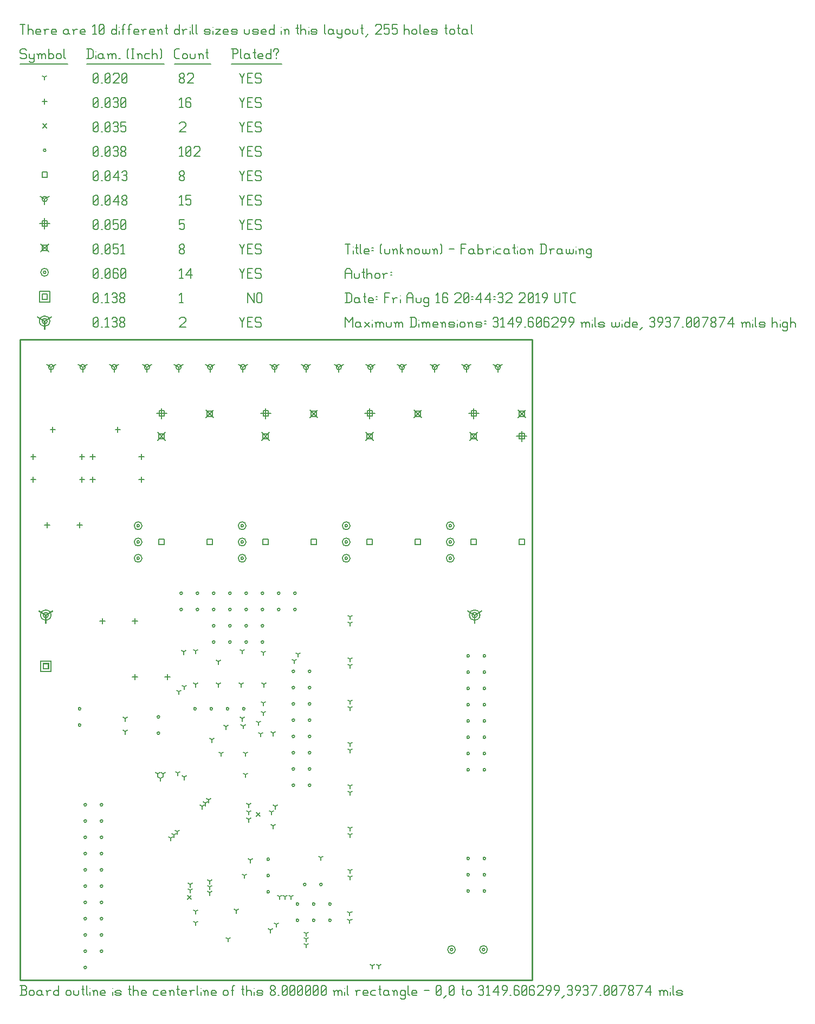
<source format=gbr>
G04 start of page 10 for group -3984 idx -3984 *
G04 Title: (unknown), fab *
G04 Creator: pcb 4.1.3 *
G04 CreationDate: Fri Aug 16 20:44:32 2019 UTC *
G04 For: leha *
G04 Format: Gerber/RS-274X *
G04 PCB-Dimensions (mil): 3149.61 3937.01 *
G04 PCB-Coordinate-Origin: lower left *
%MOIN*%
%FSLAX25Y25*%
%LNFAB*%
%ADD112C,0.0100*%
%ADD111C,0.0075*%
%ADD110C,0.0060*%
%ADD109C,0.0001*%
%ADD108R,0.0080X0.0080*%
G54D108*X14148Y194395D02*X17348D01*
X14148D02*Y191195D01*
X17348D01*
Y194395D02*Y191195D01*
X12548Y195995D02*X18948D01*
X12548D02*Y189595D01*
X18948D01*
Y195995D02*Y189595D01*
X279528Y224291D02*Y219491D01*
G54D109*G36*
X278981Y224438D02*X283834Y227238D01*
X284234Y226545D01*
X279381Y223745D01*
X278981Y224438D01*
G37*
G36*
X279674Y223745D02*X274821Y226545D01*
X275221Y227238D01*
X280074Y224438D01*
X279674Y223745D01*
G37*
G54D108*X277928Y224291D02*G75*G03X281128Y224291I1600J0D01*G01*
G75*G03X277928Y224291I-1600J0D01*G01*
X276328D02*G75*G03X282728Y224291I3200J0D01*G01*
G75*G03X276328Y224291I-3200J0D01*G01*
X15748D02*Y219491D01*
G54D109*G36*
X15202Y224438D02*X20055Y227238D01*
X20454Y226545D01*
X15601Y223745D01*
X15202Y224438D01*
G37*
G36*
X15895Y223745D02*X11042Y226545D01*
X11441Y227238D01*
X16294Y224438D01*
X15895Y223745D01*
G37*
G54D108*X14148Y224291D02*G75*G03X17348Y224291I1600J0D01*G01*
G75*G03X14148Y224291I-1600J0D01*G01*
X12548D02*G75*G03X18948Y224291I3200J0D01*G01*
G75*G03X12548Y224291I-3200J0D01*G01*
X15000Y404951D02*Y400151D01*
G54D109*G36*
X14454Y405097D02*X19307Y407897D01*
X19706Y407204D01*
X14853Y404404D01*
X14454Y405097D01*
G37*
G36*
X15147Y404404D02*X10294Y407204D01*
X10693Y407897D01*
X15546Y405097D01*
X15147Y404404D01*
G37*
G54D108*X13400Y404951D02*G75*G03X16600Y404951I1600J0D01*G01*
G75*G03X13400Y404951I-1600J0D01*G01*
X11800D02*G75*G03X18200Y404951I3200J0D01*G01*
G75*G03X11800Y404951I-3200J0D01*G01*
G54D110*X135000Y407201D02*X136500Y404201D01*
X138000Y407201D01*
X136500Y404201D02*Y401201D01*
X139800Y404501D02*X142050D01*
X139800Y401201D02*X142800D01*
X139800Y407201D02*Y401201D01*
Y407201D02*X142800D01*
X147600D02*X148350Y406451D01*
X145350Y407201D02*X147600D01*
X144600Y406451D02*X145350Y407201D01*
X144600Y406451D02*Y404951D01*
X145350Y404201D01*
X147600D01*
X148350Y403451D01*
Y401951D01*
X147600Y401201D02*X148350Y401951D01*
X145350Y401201D02*X147600D01*
X144600Y401951D02*X145350Y401201D01*
X98000Y406451D02*X98750Y407201D01*
X101000D01*
X101750Y406451D01*
Y404951D01*
X98000Y401201D02*X101750Y404951D01*
X98000Y401201D02*X101750D01*
X13400Y421551D02*X16600D01*
X13400D02*Y418351D01*
X16600D01*
Y421551D02*Y418351D01*
X11800Y423151D02*X18200D01*
X11800D02*Y416751D01*
X18200D01*
Y423151D02*Y416751D01*
X140000Y422201D02*Y416201D01*
Y422201D02*X143750Y416201D01*
Y422201D02*Y416201D01*
X145550Y421451D02*Y416951D01*
Y421451D02*X146300Y422201D01*
X147800D01*
X148550Y421451D01*
Y416951D01*
X147800Y416201D02*X148550Y416951D01*
X146300Y416201D02*X147800D01*
X145550Y416951D02*X146300Y416201D01*
X98000Y421001D02*X99200Y422201D01*
Y416201D01*
X98000D02*X100250D01*
X45000Y416951D02*X45750Y416201D01*
X45000Y421451D02*Y416951D01*
Y421451D02*X45750Y422201D01*
X47250D01*
X48000Y421451D01*
Y416951D01*
X47250Y416201D02*X48000Y416951D01*
X45750Y416201D02*X47250D01*
X45000Y417701D02*X48000Y420701D01*
X49800Y416201D02*X50550D01*
X52350Y421001D02*X53550Y422201D01*
Y416201D01*
X52350D02*X54600D01*
X56400Y421451D02*X57150Y422201D01*
X58650D01*
X59400Y421451D01*
X58650Y416201D02*X59400Y416951D01*
X57150Y416201D02*X58650D01*
X56400Y416951D02*X57150Y416201D01*
Y419501D02*X58650D01*
X59400Y421451D02*Y420251D01*
Y418751D02*Y416951D01*
Y418751D02*X58650Y419501D01*
X59400Y420251D02*X58650Y419501D01*
X61200Y416951D02*X61950Y416201D01*
X61200Y418151D02*Y416951D01*
Y418151D02*X62250Y419201D01*
X63150D01*
X64200Y418151D01*
Y416951D01*
X63450Y416201D02*X64200Y416951D01*
X61950Y416201D02*X63450D01*
X61200Y420251D02*X62250Y419201D01*
X61200Y421451D02*Y420251D01*
Y421451D02*X61950Y422201D01*
X63450D01*
X64200Y421451D01*
Y420251D01*
X63150Y419201D02*X64200Y420251D01*
X45000Y401951D02*X45750Y401201D01*
X45000Y406451D02*Y401951D01*
Y406451D02*X45750Y407201D01*
X47250D01*
X48000Y406451D01*
Y401951D01*
X47250Y401201D02*X48000Y401951D01*
X45750Y401201D02*X47250D01*
X45000Y402701D02*X48000Y405701D01*
X49800Y401201D02*X50550D01*
X52350Y406001D02*X53550Y407201D01*
Y401201D01*
X52350D02*X54600D01*
X56400Y406451D02*X57150Y407201D01*
X58650D01*
X59400Y406451D01*
X58650Y401201D02*X59400Y401951D01*
X57150Y401201D02*X58650D01*
X56400Y401951D02*X57150Y401201D01*
Y404501D02*X58650D01*
X59400Y406451D02*Y405251D01*
Y403751D02*Y401951D01*
Y403751D02*X58650Y404501D01*
X59400Y405251D02*X58650Y404501D01*
X61200Y401951D02*X61950Y401201D01*
X61200Y403151D02*Y401951D01*
Y403151D02*X62250Y404201D01*
X63150D01*
X64200Y403151D01*
Y401951D01*
X63450Y401201D02*X64200Y401951D01*
X61950Y401201D02*X63450D01*
X61200Y405251D02*X62250Y404201D01*
X61200Y406451D02*Y405251D01*
Y406451D02*X61950Y407201D01*
X63450D01*
X64200Y406451D01*
Y405251D01*
X63150Y404201D02*X64200Y405251D01*
X284200Y18701D02*G75*G03X285800Y18701I800J0D01*G01*
G75*G03X284200Y18701I-800J0D01*G01*
X282600D02*G75*G03X287400Y18701I2400J0D01*G01*
G75*G03X282600Y18701I-2400J0D01*G01*
X264500D02*G75*G03X266100Y18701I800J0D01*G01*
G75*G03X264500Y18701I-800J0D01*G01*
X262900D02*G75*G03X267700Y18701I2400J0D01*G01*
G75*G03X262900Y18701I-2400J0D01*G01*
X71700Y259201D02*G75*G03X73300Y259201I800J0D01*G01*
G75*G03X71700Y259201I-800J0D01*G01*
X70100D02*G75*G03X74900Y259201I2400J0D01*G01*
G75*G03X70100Y259201I-2400J0D01*G01*
X71700Y269201D02*G75*G03X73300Y269201I800J0D01*G01*
G75*G03X71700Y269201I-800J0D01*G01*
X70100D02*G75*G03X74900Y269201I2400J0D01*G01*
G75*G03X70100Y269201I-2400J0D01*G01*
X71700Y279201D02*G75*G03X73300Y279201I800J0D01*G01*
G75*G03X71700Y279201I-800J0D01*G01*
X70100D02*G75*G03X74900Y279201I2400J0D01*G01*
G75*G03X70100Y279201I-2400J0D01*G01*
X135700Y259201D02*G75*G03X137300Y259201I800J0D01*G01*
G75*G03X135700Y259201I-800J0D01*G01*
X134100D02*G75*G03X138900Y259201I2400J0D01*G01*
G75*G03X134100Y259201I-2400J0D01*G01*
X135700Y269201D02*G75*G03X137300Y269201I800J0D01*G01*
G75*G03X135700Y269201I-800J0D01*G01*
X134100D02*G75*G03X138900Y269201I2400J0D01*G01*
G75*G03X134100Y269201I-2400J0D01*G01*
X135700Y279201D02*G75*G03X137300Y279201I800J0D01*G01*
G75*G03X135700Y279201I-800J0D01*G01*
X134100D02*G75*G03X138900Y279201I2400J0D01*G01*
G75*G03X134100Y279201I-2400J0D01*G01*
X199700Y259201D02*G75*G03X201300Y259201I800J0D01*G01*
G75*G03X199700Y259201I-800J0D01*G01*
X198100D02*G75*G03X202900Y259201I2400J0D01*G01*
G75*G03X198100Y259201I-2400J0D01*G01*
X199700Y269201D02*G75*G03X201300Y269201I800J0D01*G01*
G75*G03X199700Y269201I-800J0D01*G01*
X198100D02*G75*G03X202900Y269201I2400J0D01*G01*
G75*G03X198100Y269201I-2400J0D01*G01*
X199700Y279201D02*G75*G03X201300Y279201I800J0D01*G01*
G75*G03X199700Y279201I-800J0D01*G01*
X198100D02*G75*G03X202900Y279201I2400J0D01*G01*
G75*G03X198100Y279201I-2400J0D01*G01*
X263700Y259201D02*G75*G03X265300Y259201I800J0D01*G01*
G75*G03X263700Y259201I-800J0D01*G01*
X262100D02*G75*G03X266900Y259201I2400J0D01*G01*
G75*G03X262100Y259201I-2400J0D01*G01*
X263700Y269201D02*G75*G03X265300Y269201I800J0D01*G01*
G75*G03X263700Y269201I-800J0D01*G01*
X262100D02*G75*G03X266900Y269201I2400J0D01*G01*
G75*G03X262100Y269201I-2400J0D01*G01*
X263700Y279201D02*G75*G03X265300Y279201I800J0D01*G01*
G75*G03X263700Y279201I-800J0D01*G01*
X262100D02*G75*G03X266900Y279201I2400J0D01*G01*
G75*G03X262100Y279201I-2400J0D01*G01*
X14200Y434951D02*G75*G03X15800Y434951I800J0D01*G01*
G75*G03X14200Y434951I-800J0D01*G01*
X12600D02*G75*G03X17400Y434951I2400J0D01*G01*
G75*G03X12600Y434951I-2400J0D01*G01*
X135000Y437201D02*X136500Y434201D01*
X138000Y437201D01*
X136500Y434201D02*Y431201D01*
X139800Y434501D02*X142050D01*
X139800Y431201D02*X142800D01*
X139800Y437201D02*Y431201D01*
Y437201D02*X142800D01*
X147600D02*X148350Y436451D01*
X145350Y437201D02*X147600D01*
X144600Y436451D02*X145350Y437201D01*
X144600Y436451D02*Y434951D01*
X145350Y434201D01*
X147600D01*
X148350Y433451D01*
Y431951D01*
X147600Y431201D02*X148350Y431951D01*
X145350Y431201D02*X147600D01*
X144600Y431951D02*X145350Y431201D01*
X98000Y436001D02*X99200Y437201D01*
Y431201D01*
X98000D02*X100250D01*
X102050Y433451D02*X105050Y437201D01*
X102050Y433451D02*X105800D01*
X105050Y437201D02*Y431201D01*
X45000Y431951D02*X45750Y431201D01*
X45000Y436451D02*Y431951D01*
Y436451D02*X45750Y437201D01*
X47250D01*
X48000Y436451D01*
Y431951D01*
X47250Y431201D02*X48000Y431951D01*
X45750Y431201D02*X47250D01*
X45000Y432701D02*X48000Y435701D01*
X49800Y431201D02*X50550D01*
X52350Y431951D02*X53100Y431201D01*
X52350Y436451D02*Y431951D01*
Y436451D02*X53100Y437201D01*
X54600D01*
X55350Y436451D01*
Y431951D01*
X54600Y431201D02*X55350Y431951D01*
X53100Y431201D02*X54600D01*
X52350Y432701D02*X55350Y435701D01*
X59400Y437201D02*X60150Y436451D01*
X57900Y437201D02*X59400D01*
X57150Y436451D02*X57900Y437201D01*
X57150Y436451D02*Y431951D01*
X57900Y431201D01*
X59400Y434501D02*X60150Y433751D01*
X57150Y434501D02*X59400D01*
X57900Y431201D02*X59400D01*
X60150Y431951D01*
Y433751D02*Y431951D01*
X61950D02*X62700Y431201D01*
X61950Y436451D02*Y431951D01*
Y436451D02*X62700Y437201D01*
X64200D01*
X64950Y436451D01*
Y431951D01*
X64200Y431201D02*X64950Y431951D01*
X62700Y431201D02*X64200D01*
X61950Y432701D02*X64950Y435701D01*
X276572Y336561D02*X281372Y331761D01*
X276572D02*X281372Y336561D01*
X277372Y335761D02*X280572D01*
X277372D02*Y332561D01*
X280572D01*
Y335761D02*Y332561D01*
X306100Y350341D02*X310900Y345541D01*
X306100D02*X310900Y350341D01*
X306900Y349541D02*X310100D01*
X306900D02*Y346341D01*
X310100D01*
Y349541D02*Y346341D01*
X212572Y336561D02*X217372Y331761D01*
X212572D02*X217372Y336561D01*
X213372Y335761D02*X216572D01*
X213372D02*Y332561D01*
X216572D01*
Y335761D02*Y332561D01*
X242100Y350341D02*X246900Y345541D01*
X242100D02*X246900Y350341D01*
X242900Y349541D02*X246100D01*
X242900D02*Y346341D01*
X246100D01*
Y349541D02*Y346341D01*
X84572Y336561D02*X89372Y331761D01*
X84572D02*X89372Y336561D01*
X85372Y335761D02*X88572D01*
X85372D02*Y332561D01*
X88572D01*
Y335761D02*Y332561D01*
X114100Y350341D02*X118900Y345541D01*
X114100D02*X118900Y350341D01*
X114900Y349541D02*X118100D01*
X114900D02*Y346341D01*
X118100D01*
Y349541D02*Y346341D01*
X148572Y336561D02*X153372Y331761D01*
X148572D02*X153372Y336561D01*
X149372Y335761D02*X152572D01*
X149372D02*Y332561D01*
X152572D01*
Y335761D02*Y332561D01*
X178100Y350341D02*X182900Y345541D01*
X178100D02*X182900Y350341D01*
X178900Y349541D02*X182100D01*
X178900D02*Y346341D01*
X182100D01*
Y349541D02*Y346341D01*
X12600Y452351D02*X17400Y447551D01*
X12600D02*X17400Y452351D01*
X13400Y451551D02*X16600D01*
X13400D02*Y448351D01*
X16600D01*
Y451551D02*Y448351D01*
X135000Y452201D02*X136500Y449201D01*
X138000Y452201D01*
X136500Y449201D02*Y446201D01*
X139800Y449501D02*X142050D01*
X139800Y446201D02*X142800D01*
X139800Y452201D02*Y446201D01*
Y452201D02*X142800D01*
X147600D02*X148350Y451451D01*
X145350Y452201D02*X147600D01*
X144600Y451451D02*X145350Y452201D01*
X144600Y451451D02*Y449951D01*
X145350Y449201D01*
X147600D01*
X148350Y448451D01*
Y446951D01*
X147600Y446201D02*X148350Y446951D01*
X145350Y446201D02*X147600D01*
X144600Y446951D02*X145350Y446201D01*
X98000Y446951D02*X98750Y446201D01*
X98000Y448151D02*Y446951D01*
Y448151D02*X99050Y449201D01*
X99950D01*
X101000Y448151D01*
Y446951D01*
X100250Y446201D02*X101000Y446951D01*
X98750Y446201D02*X100250D01*
X98000Y450251D02*X99050Y449201D01*
X98000Y451451D02*Y450251D01*
Y451451D02*X98750Y452201D01*
X100250D01*
X101000Y451451D01*
Y450251D01*
X99950Y449201D02*X101000Y450251D01*
X45000Y446951D02*X45750Y446201D01*
X45000Y451451D02*Y446951D01*
Y451451D02*X45750Y452201D01*
X47250D01*
X48000Y451451D01*
Y446951D01*
X47250Y446201D02*X48000Y446951D01*
X45750Y446201D02*X47250D01*
X45000Y447701D02*X48000Y450701D01*
X49800Y446201D02*X50550D01*
X52350Y446951D02*X53100Y446201D01*
X52350Y451451D02*Y446951D01*
Y451451D02*X53100Y452201D01*
X54600D01*
X55350Y451451D01*
Y446951D01*
X54600Y446201D02*X55350Y446951D01*
X53100Y446201D02*X54600D01*
X52350Y447701D02*X55350Y450701D01*
X57150Y452201D02*X60150D01*
X57150D02*Y449201D01*
X57900Y449951D01*
X59400D01*
X60150Y449201D01*
Y446951D01*
X59400Y446201D02*X60150Y446951D01*
X57900Y446201D02*X59400D01*
X57150Y446951D02*X57900Y446201D01*
X61950Y451001D02*X63150Y452201D01*
Y446201D01*
X61950D02*X64200D01*
X279000Y351401D02*Y345001D01*
X275800Y348201D02*X282200D01*
X277400Y349801D02*X280600D01*
X277400D02*Y346601D01*
X280600D01*
Y349801D02*Y346601D01*
X308500Y337401D02*Y331001D01*
X305300Y334201D02*X311700D01*
X306900Y335801D02*X310100D01*
X306900D02*Y332601D01*
X310100D01*
Y335801D02*Y332601D01*
X215000Y351401D02*Y345001D01*
X211800Y348201D02*X218200D01*
X213400Y349801D02*X216600D01*
X213400D02*Y346601D01*
X216600D01*
Y349801D02*Y346601D01*
X87000Y351401D02*Y345001D01*
X83800Y348201D02*X90200D01*
X85400Y349801D02*X88600D01*
X85400D02*Y346601D01*
X88600D01*
Y349801D02*Y346601D01*
X151000Y351401D02*Y345001D01*
X147800Y348201D02*X154200D01*
X149400Y349801D02*X152600D01*
X149400D02*Y346601D01*
X152600D01*
Y349801D02*Y346601D01*
X15000Y468151D02*Y461751D01*
X11800Y464951D02*X18200D01*
X13400Y466551D02*X16600D01*
X13400D02*Y463351D01*
X16600D01*
Y466551D02*Y463351D01*
X135000Y467201D02*X136500Y464201D01*
X138000Y467201D01*
X136500Y464201D02*Y461201D01*
X139800Y464501D02*X142050D01*
X139800Y461201D02*X142800D01*
X139800Y467201D02*Y461201D01*
Y467201D02*X142800D01*
X147600D02*X148350Y466451D01*
X145350Y467201D02*X147600D01*
X144600Y466451D02*X145350Y467201D01*
X144600Y466451D02*Y464951D01*
X145350Y464201D01*
X147600D01*
X148350Y463451D01*
Y461951D01*
X147600Y461201D02*X148350Y461951D01*
X145350Y461201D02*X147600D01*
X144600Y461951D02*X145350Y461201D01*
X98000Y467201D02*X101000D01*
X98000D02*Y464201D01*
X98750Y464951D01*
X100250D01*
X101000Y464201D01*
Y461951D01*
X100250Y461201D02*X101000Y461951D01*
X98750Y461201D02*X100250D01*
X98000Y461951D02*X98750Y461201D01*
X45000Y461951D02*X45750Y461201D01*
X45000Y466451D02*Y461951D01*
Y466451D02*X45750Y467201D01*
X47250D01*
X48000Y466451D01*
Y461951D01*
X47250Y461201D02*X48000Y461951D01*
X45750Y461201D02*X47250D01*
X45000Y462701D02*X48000Y465701D01*
X49800Y461201D02*X50550D01*
X52350Y461951D02*X53100Y461201D01*
X52350Y466451D02*Y461951D01*
Y466451D02*X53100Y467201D01*
X54600D01*
X55350Y466451D01*
Y461951D01*
X54600Y461201D02*X55350Y461951D01*
X53100Y461201D02*X54600D01*
X52350Y462701D02*X55350Y465701D01*
X57150Y467201D02*X60150D01*
X57150D02*Y464201D01*
X57900Y464951D01*
X59400D01*
X60150Y464201D01*
Y461951D01*
X59400Y461201D02*X60150Y461951D01*
X57900Y461201D02*X59400D01*
X57150Y461951D02*X57900Y461201D01*
X61950Y461951D02*X62700Y461201D01*
X61950Y466451D02*Y461951D01*
Y466451D02*X62700Y467201D01*
X64200D01*
X64950Y466451D01*
Y461951D01*
X64200Y461201D02*X64950Y461951D01*
X62700Y461201D02*X64200D01*
X61950Y462701D02*X64950Y465701D01*
X19000Y376701D02*Y373501D01*
Y376701D02*X21773Y378301D01*
X19000Y376701D02*X16227Y378301D01*
X17400Y376701D02*G75*G03X20600Y376701I1600J0D01*G01*
G75*G03X17400Y376701I-1600J0D01*G01*
X38400D02*Y373501D01*
Y376701D02*X41173Y378301D01*
X38400Y376701D02*X35627Y378301D01*
X36800Y376701D02*G75*G03X40000Y376701I1600J0D01*G01*
G75*G03X36800Y376701I-1600J0D01*G01*
X57800D02*Y373501D01*
Y376701D02*X60573Y378301D01*
X57800Y376701D02*X55027Y378301D01*
X56200Y376701D02*G75*G03X59400Y376701I1600J0D01*G01*
G75*G03X56200Y376701I-1600J0D01*G01*
X78000D02*Y373501D01*
Y376701D02*X80773Y378301D01*
X78000Y376701D02*X75227Y378301D01*
X76400Y376701D02*G75*G03X79600Y376701I1600J0D01*G01*
G75*G03X76400Y376701I-1600J0D01*G01*
X97400D02*Y373501D01*
Y376701D02*X100173Y378301D01*
X97400Y376701D02*X94627Y378301D01*
X95800Y376701D02*G75*G03X99000Y376701I1600J0D01*G01*
G75*G03X95800Y376701I-1600J0D01*G01*
X116800D02*Y373501D01*
Y376701D02*X119573Y378301D01*
X116800Y376701D02*X114027Y378301D01*
X115200Y376701D02*G75*G03X118400Y376701I1600J0D01*G01*
G75*G03X115200Y376701I-1600J0D01*G01*
X137000D02*Y373501D01*
Y376701D02*X139773Y378301D01*
X137000Y376701D02*X134227Y378301D01*
X135400Y376701D02*G75*G03X138600Y376701I1600J0D01*G01*
G75*G03X135400Y376701I-1600J0D01*G01*
X156400D02*Y373501D01*
Y376701D02*X159173Y378301D01*
X156400Y376701D02*X153627Y378301D01*
X154800Y376701D02*G75*G03X158000Y376701I1600J0D01*G01*
G75*G03X154800Y376701I-1600J0D01*G01*
X175800D02*Y373501D01*
Y376701D02*X178573Y378301D01*
X175800Y376701D02*X173027Y378301D01*
X174200Y376701D02*G75*G03X177400Y376701I1600J0D01*G01*
G75*G03X174200Y376701I-1600J0D01*G01*
X196000D02*Y373501D01*
Y376701D02*X198773Y378301D01*
X196000Y376701D02*X193227Y378301D01*
X194400Y376701D02*G75*G03X197600Y376701I1600J0D01*G01*
G75*G03X194400Y376701I-1600J0D01*G01*
X215400D02*Y373501D01*
Y376701D02*X218173Y378301D01*
X215400Y376701D02*X212627Y378301D01*
X213800Y376701D02*G75*G03X217000Y376701I1600J0D01*G01*
G75*G03X213800Y376701I-1600J0D01*G01*
X234800D02*Y373501D01*
Y376701D02*X237573Y378301D01*
X234800Y376701D02*X232027Y378301D01*
X233200Y376701D02*G75*G03X236400Y376701I1600J0D01*G01*
G75*G03X233200Y376701I-1600J0D01*G01*
X255000D02*Y373501D01*
Y376701D02*X257773Y378301D01*
X255000Y376701D02*X252227Y378301D01*
X253400Y376701D02*G75*G03X256600Y376701I1600J0D01*G01*
G75*G03X253400Y376701I-1600J0D01*G01*
X274400D02*Y373501D01*
Y376701D02*X277173Y378301D01*
X274400Y376701D02*X271627Y378301D01*
X272800Y376701D02*G75*G03X276000Y376701I1600J0D01*G01*
G75*G03X272800Y376701I-1600J0D01*G01*
X293800D02*Y373501D01*
Y376701D02*X296573Y378301D01*
X293800Y376701D02*X291027Y378301D01*
X292200Y376701D02*G75*G03X295400Y376701I1600J0D01*G01*
G75*G03X292200Y376701I-1600J0D01*G01*
X15000Y479951D02*Y476751D01*
Y479951D02*X17773Y481551D01*
X15000Y479951D02*X12227Y481551D01*
X13400Y479951D02*G75*G03X16600Y479951I1600J0D01*G01*
G75*G03X13400Y479951I-1600J0D01*G01*
X135000Y482201D02*X136500Y479201D01*
X138000Y482201D01*
X136500Y479201D02*Y476201D01*
X139800Y479501D02*X142050D01*
X139800Y476201D02*X142800D01*
X139800Y482201D02*Y476201D01*
Y482201D02*X142800D01*
X147600D02*X148350Y481451D01*
X145350Y482201D02*X147600D01*
X144600Y481451D02*X145350Y482201D01*
X144600Y481451D02*Y479951D01*
X145350Y479201D01*
X147600D01*
X148350Y478451D01*
Y476951D01*
X147600Y476201D02*X148350Y476951D01*
X145350Y476201D02*X147600D01*
X144600Y476951D02*X145350Y476201D01*
X98000Y481001D02*X99200Y482201D01*
Y476201D01*
X98000D02*X100250D01*
X102050Y482201D02*X105050D01*
X102050D02*Y479201D01*
X102800Y479951D01*
X104300D01*
X105050Y479201D01*
Y476951D01*
X104300Y476201D02*X105050Y476951D01*
X102800Y476201D02*X104300D01*
X102050Y476951D02*X102800Y476201D01*
X45000Y476951D02*X45750Y476201D01*
X45000Y481451D02*Y476951D01*
Y481451D02*X45750Y482201D01*
X47250D01*
X48000Y481451D01*
Y476951D01*
X47250Y476201D02*X48000Y476951D01*
X45750Y476201D02*X47250D01*
X45000Y477701D02*X48000Y480701D01*
X49800Y476201D02*X50550D01*
X52350Y476951D02*X53100Y476201D01*
X52350Y481451D02*Y476951D01*
Y481451D02*X53100Y482201D01*
X54600D01*
X55350Y481451D01*
Y476951D01*
X54600Y476201D02*X55350Y476951D01*
X53100Y476201D02*X54600D01*
X52350Y477701D02*X55350Y480701D01*
X57150Y478451D02*X60150Y482201D01*
X57150Y478451D02*X60900D01*
X60150Y482201D02*Y476201D01*
X62700Y476951D02*X63450Y476201D01*
X62700Y478151D02*Y476951D01*
Y478151D02*X63750Y479201D01*
X64650D01*
X65700Y478151D01*
Y476951D01*
X64950Y476201D02*X65700Y476951D01*
X63450Y476201D02*X64950D01*
X62700Y480251D02*X63750Y479201D01*
X62700Y481451D02*Y480251D01*
Y481451D02*X63450Y482201D01*
X64950D01*
X65700Y481451D01*
Y480251D01*
X64650Y479201D02*X65700Y480251D01*
X277372Y270801D02*X280572D01*
X277372D02*Y267601D01*
X280572D01*
Y270801D02*Y267601D01*
X306900Y270801D02*X310100D01*
X306900D02*Y267601D01*
X310100D01*
Y270801D02*Y267601D01*
X213372Y270801D02*X216572D01*
X213372D02*Y267601D01*
X216572D01*
Y270801D02*Y267601D01*
X242900Y270801D02*X246100D01*
X242900D02*Y267601D01*
X246100D01*
Y270801D02*Y267601D01*
X85372Y270801D02*X88572D01*
X85372D02*Y267601D01*
X88572D01*
Y270801D02*Y267601D01*
X114900Y270801D02*X118100D01*
X114900D02*Y267601D01*
X118100D01*
Y270801D02*Y267601D01*
X149372Y270801D02*X152572D01*
X149372D02*Y267601D01*
X152572D01*
Y270801D02*Y267601D01*
X178900Y270801D02*X182100D01*
X178900D02*Y267601D01*
X182100D01*
Y270801D02*Y267601D01*
X13400Y496551D02*X16600D01*
X13400D02*Y493351D01*
X16600D01*
Y496551D02*Y493351D01*
X135000Y497201D02*X136500Y494201D01*
X138000Y497201D01*
X136500Y494201D02*Y491201D01*
X139800Y494501D02*X142050D01*
X139800Y491201D02*X142800D01*
X139800Y497201D02*Y491201D01*
Y497201D02*X142800D01*
X147600D02*X148350Y496451D01*
X145350Y497201D02*X147600D01*
X144600Y496451D02*X145350Y497201D01*
X144600Y496451D02*Y494951D01*
X145350Y494201D01*
X147600D01*
X148350Y493451D01*
Y491951D01*
X147600Y491201D02*X148350Y491951D01*
X145350Y491201D02*X147600D01*
X144600Y491951D02*X145350Y491201D01*
X98000Y491951D02*X98750Y491201D01*
X98000Y493151D02*Y491951D01*
Y493151D02*X99050Y494201D01*
X99950D01*
X101000Y493151D01*
Y491951D01*
X100250Y491201D02*X101000Y491951D01*
X98750Y491201D02*X100250D01*
X98000Y495251D02*X99050Y494201D01*
X98000Y496451D02*Y495251D01*
Y496451D02*X98750Y497201D01*
X100250D01*
X101000Y496451D01*
Y495251D01*
X99950Y494201D02*X101000Y495251D01*
X45000Y491951D02*X45750Y491201D01*
X45000Y496451D02*Y491951D01*
Y496451D02*X45750Y497201D01*
X47250D01*
X48000Y496451D01*
Y491951D01*
X47250Y491201D02*X48000Y491951D01*
X45750Y491201D02*X47250D01*
X45000Y492701D02*X48000Y495701D01*
X49800Y491201D02*X50550D01*
X52350Y491951D02*X53100Y491201D01*
X52350Y496451D02*Y491951D01*
Y496451D02*X53100Y497201D01*
X54600D01*
X55350Y496451D01*
Y491951D01*
X54600Y491201D02*X55350Y491951D01*
X53100Y491201D02*X54600D01*
X52350Y492701D02*X55350Y495701D01*
X57150Y493451D02*X60150Y497201D01*
X57150Y493451D02*X60900D01*
X60150Y497201D02*Y491201D01*
X62700Y496451D02*X63450Y497201D01*
X64950D01*
X65700Y496451D01*
X64950Y491201D02*X65700Y491951D01*
X63450Y491201D02*X64950D01*
X62700Y491951D02*X63450Y491201D01*
Y494501D02*X64950D01*
X65700Y496451D02*Y495251D01*
Y493751D02*Y491951D01*
Y493751D02*X64950Y494501D01*
X65700Y495251D02*X64950Y494501D01*
X167200Y119701D02*G75*G03X168800Y119701I800J0D01*G01*
G75*G03X167200Y119701I-800J0D01*G01*
Y129701D02*G75*G03X168800Y129701I800J0D01*G01*
G75*G03X167200Y129701I-800J0D01*G01*
Y139701D02*G75*G03X168800Y139701I800J0D01*G01*
G75*G03X167200Y139701I-800J0D01*G01*
Y149701D02*G75*G03X168800Y149701I800J0D01*G01*
G75*G03X167200Y149701I-800J0D01*G01*
Y159701D02*G75*G03X168800Y159701I800J0D01*G01*
G75*G03X167200Y159701I-800J0D01*G01*
Y169701D02*G75*G03X168800Y169701I800J0D01*G01*
G75*G03X167200Y169701I-800J0D01*G01*
Y179701D02*G75*G03X168800Y179701I800J0D01*G01*
G75*G03X167200Y179701I-800J0D01*G01*
Y189701D02*G75*G03X168800Y189701I800J0D01*G01*
G75*G03X167200Y189701I-800J0D01*G01*
X177200Y119701D02*G75*G03X178800Y119701I800J0D01*G01*
G75*G03X177200Y119701I-800J0D01*G01*
Y129701D02*G75*G03X178800Y129701I800J0D01*G01*
G75*G03X177200Y129701I-800J0D01*G01*
Y139701D02*G75*G03X178800Y139701I800J0D01*G01*
G75*G03X177200Y139701I-800J0D01*G01*
Y149701D02*G75*G03X178800Y149701I800J0D01*G01*
G75*G03X177200Y149701I-800J0D01*G01*
Y159701D02*G75*G03X178800Y159701I800J0D01*G01*
G75*G03X177200Y159701I-800J0D01*G01*
Y169701D02*G75*G03X178800Y169701I800J0D01*G01*
G75*G03X177200Y169701I-800J0D01*G01*
Y179701D02*G75*G03X178800Y179701I800J0D01*G01*
G75*G03X177200Y179701I-800J0D01*G01*
Y189701D02*G75*G03X178800Y189701I800J0D01*G01*
G75*G03X177200Y189701I-800J0D01*G01*
X106700Y166701D02*G75*G03X108300Y166701I800J0D01*G01*
G75*G03X106700Y166701I-800J0D01*G01*
X116700D02*G75*G03X118300Y166701I800J0D01*G01*
G75*G03X116700Y166701I-800J0D01*G01*
X126700D02*G75*G03X128300Y166701I800J0D01*G01*
G75*G03X126700Y166701I-800J0D01*G01*
X136700D02*G75*G03X138300Y166701I800J0D01*G01*
G75*G03X136700Y166701I-800J0D01*G01*
X84200Y151701D02*G75*G03X85800Y151701I800J0D01*G01*
G75*G03X84200Y151701I-800J0D01*G01*
Y161701D02*G75*G03X85800Y161701I800J0D01*G01*
G75*G03X84200Y161701I-800J0D01*G01*
X35700Y156701D02*G75*G03X37300Y156701I800J0D01*G01*
G75*G03X35700Y156701I-800J0D01*G01*
Y166701D02*G75*G03X37300Y166701I800J0D01*G01*
G75*G03X35700Y166701I-800J0D01*G01*
X189700Y36701D02*G75*G03X191300Y36701I800J0D01*G01*
G75*G03X189700Y36701I-800J0D01*G01*
X179700D02*G75*G03X181300Y36701I800J0D01*G01*
G75*G03X179700Y36701I-800J0D01*G01*
X169700D02*G75*G03X171300Y36701I800J0D01*G01*
G75*G03X169700Y36701I-800J0D01*G01*
X39200Y37701D02*G75*G03X40800Y37701I800J0D01*G01*
G75*G03X39200Y37701I-800J0D01*G01*
X49200D02*G75*G03X50800Y37701I800J0D01*G01*
G75*G03X49200Y37701I-800J0D01*G01*
X39200Y47701D02*G75*G03X40800Y47701I800J0D01*G01*
G75*G03X39200Y47701I-800J0D01*G01*
X49200D02*G75*G03X50800Y47701I800J0D01*G01*
G75*G03X49200Y47701I-800J0D01*G01*
X39200Y107701D02*G75*G03X40800Y107701I800J0D01*G01*
G75*G03X39200Y107701I-800J0D01*G01*
X49200D02*G75*G03X50800Y107701I800J0D01*G01*
G75*G03X49200Y107701I-800J0D01*G01*
X39200Y97701D02*G75*G03X40800Y97701I800J0D01*G01*
G75*G03X39200Y97701I-800J0D01*G01*
X49200D02*G75*G03X50800Y97701I800J0D01*G01*
G75*G03X49200Y97701I-800J0D01*G01*
X39200Y87701D02*G75*G03X40800Y87701I800J0D01*G01*
G75*G03X39200Y87701I-800J0D01*G01*
X49200D02*G75*G03X50800Y87701I800J0D01*G01*
G75*G03X49200Y87701I-800J0D01*G01*
X39200Y77701D02*G75*G03X40800Y77701I800J0D01*G01*
G75*G03X39200Y77701I-800J0D01*G01*
X49200D02*G75*G03X50800Y77701I800J0D01*G01*
G75*G03X49200Y77701I-800J0D01*G01*
X39200Y67701D02*G75*G03X40800Y67701I800J0D01*G01*
G75*G03X39200Y67701I-800J0D01*G01*
X49200D02*G75*G03X50800Y67701I800J0D01*G01*
G75*G03X49200Y67701I-800J0D01*G01*
X39200Y57701D02*G75*G03X40800Y57701I800J0D01*G01*
G75*G03X39200Y57701I-800J0D01*G01*
X49200D02*G75*G03X50800Y57701I800J0D01*G01*
G75*G03X49200Y57701I-800J0D01*G01*
X39200Y27701D02*G75*G03X40800Y27701I800J0D01*G01*
G75*G03X39200Y27701I-800J0D01*G01*
X49200D02*G75*G03X50800Y27701I800J0D01*G01*
G75*G03X49200Y27701I-800J0D01*G01*
X39200Y17701D02*G75*G03X40800Y17701I800J0D01*G01*
G75*G03X39200Y17701I-800J0D01*G01*
X49200D02*G75*G03X50800Y17701I800J0D01*G01*
G75*G03X49200Y17701I-800J0D01*G01*
X174200Y58701D02*G75*G03X175800Y58701I800J0D01*G01*
G75*G03X174200Y58701I-800J0D01*G01*
X184200D02*G75*G03X185800Y58701I800J0D01*G01*
G75*G03X184200Y58701I-800J0D01*G01*
X148200Y207701D02*G75*G03X149800Y207701I800J0D01*G01*
G75*G03X148200Y207701I-800J0D01*G01*
X138200D02*G75*G03X139800Y207701I800J0D01*G01*
G75*G03X138200Y207701I-800J0D01*G01*
X128200D02*G75*G03X129800Y207701I800J0D01*G01*
G75*G03X128200Y207701I-800J0D01*G01*
X118200D02*G75*G03X119800Y207701I800J0D01*G01*
G75*G03X118200Y207701I-800J0D01*G01*
X148200Y217701D02*G75*G03X149800Y217701I800J0D01*G01*
G75*G03X148200Y217701I-800J0D01*G01*
X138200D02*G75*G03X139800Y217701I800J0D01*G01*
G75*G03X138200Y217701I-800J0D01*G01*
X128200D02*G75*G03X129800Y217701I800J0D01*G01*
G75*G03X128200Y217701I-800J0D01*G01*
X118200D02*G75*G03X119800Y217701I800J0D01*G01*
G75*G03X118200Y217701I-800J0D01*G01*
X274700Y129201D02*G75*G03X276300Y129201I800J0D01*G01*
G75*G03X274700Y129201I-800J0D01*G01*
Y139201D02*G75*G03X276300Y139201I800J0D01*G01*
G75*G03X274700Y139201I-800J0D01*G01*
Y149201D02*G75*G03X276300Y149201I800J0D01*G01*
G75*G03X274700Y149201I-800J0D01*G01*
Y159201D02*G75*G03X276300Y159201I800J0D01*G01*
G75*G03X274700Y159201I-800J0D01*G01*
Y169201D02*G75*G03X276300Y169201I800J0D01*G01*
G75*G03X274700Y169201I-800J0D01*G01*
Y179201D02*G75*G03X276300Y179201I800J0D01*G01*
G75*G03X274700Y179201I-800J0D01*G01*
Y189201D02*G75*G03X276300Y189201I800J0D01*G01*
G75*G03X274700Y189201I-800J0D01*G01*
Y199201D02*G75*G03X276300Y199201I800J0D01*G01*
G75*G03X274700Y199201I-800J0D01*G01*
X284700Y129201D02*G75*G03X286300Y129201I800J0D01*G01*
G75*G03X284700Y129201I-800J0D01*G01*
Y139201D02*G75*G03X286300Y139201I800J0D01*G01*
G75*G03X284700Y139201I-800J0D01*G01*
Y149201D02*G75*G03X286300Y149201I800J0D01*G01*
G75*G03X284700Y149201I-800J0D01*G01*
Y159201D02*G75*G03X286300Y159201I800J0D01*G01*
G75*G03X284700Y159201I-800J0D01*G01*
Y169201D02*G75*G03X286300Y169201I800J0D01*G01*
G75*G03X284700Y169201I-800J0D01*G01*
Y179201D02*G75*G03X286300Y179201I800J0D01*G01*
G75*G03X284700Y179201I-800J0D01*G01*
Y189201D02*G75*G03X286300Y189201I800J0D01*G01*
G75*G03X284700Y189201I-800J0D01*G01*
Y199201D02*G75*G03X286300Y199201I800J0D01*G01*
G75*G03X284700Y199201I-800J0D01*G01*
X39200Y7701D02*G75*G03X40800Y7701I800J0D01*G01*
G75*G03X39200Y7701I-800J0D01*G01*
X189700Y46701D02*G75*G03X191300Y46701I800J0D01*G01*
G75*G03X189700Y46701I-800J0D01*G01*
X179700D02*G75*G03X181300Y46701I800J0D01*G01*
G75*G03X179700Y46701I-800J0D01*G01*
X169700D02*G75*G03X171300Y46701I800J0D01*G01*
G75*G03X169700Y46701I-800J0D01*G01*
X274700Y54701D02*G75*G03X276300Y54701I800J0D01*G01*
G75*G03X274700Y54701I-800J0D01*G01*
Y64701D02*G75*G03X276300Y64701I800J0D01*G01*
G75*G03X274700Y64701I-800J0D01*G01*
Y74701D02*G75*G03X276300Y74701I800J0D01*G01*
G75*G03X274700Y74701I-800J0D01*G01*
X284700Y54701D02*G75*G03X286300Y54701I800J0D01*G01*
G75*G03X284700Y54701I-800J0D01*G01*
Y64701D02*G75*G03X286300Y64701I800J0D01*G01*
G75*G03X284700Y64701I-800J0D01*G01*
Y74701D02*G75*G03X286300Y74701I800J0D01*G01*
G75*G03X284700Y74701I-800J0D01*G01*
X151700Y54201D02*G75*G03X153300Y54201I800J0D01*G01*
G75*G03X151700Y54201I-800J0D01*G01*
Y64201D02*G75*G03X153300Y64201I800J0D01*G01*
G75*G03X151700Y64201I-800J0D01*G01*
Y74201D02*G75*G03X153300Y74201I800J0D01*G01*
G75*G03X151700Y74201I-800J0D01*G01*
X98200Y227701D02*G75*G03X99800Y227701I800J0D01*G01*
G75*G03X98200Y227701I-800J0D01*G01*
X108200D02*G75*G03X109800Y227701I800J0D01*G01*
G75*G03X108200Y227701I-800J0D01*G01*
X118200D02*G75*G03X119800Y227701I800J0D01*G01*
G75*G03X118200Y227701I-800J0D01*G01*
X128200D02*G75*G03X129800Y227701I800J0D01*G01*
G75*G03X128200Y227701I-800J0D01*G01*
X138200D02*G75*G03X139800Y227701I800J0D01*G01*
G75*G03X138200Y227701I-800J0D01*G01*
X148200D02*G75*G03X149800Y227701I800J0D01*G01*
G75*G03X148200Y227701I-800J0D01*G01*
X158200D02*G75*G03X159800Y227701I800J0D01*G01*
G75*G03X158200Y227701I-800J0D01*G01*
X168200D02*G75*G03X169800Y227701I800J0D01*G01*
G75*G03X168200Y227701I-800J0D01*G01*
X98200Y237701D02*G75*G03X99800Y237701I800J0D01*G01*
G75*G03X98200Y237701I-800J0D01*G01*
X108200D02*G75*G03X109800Y237701I800J0D01*G01*
G75*G03X108200Y237701I-800J0D01*G01*
X118200D02*G75*G03X119800Y237701I800J0D01*G01*
G75*G03X118200Y237701I-800J0D01*G01*
X128200D02*G75*G03X129800Y237701I800J0D01*G01*
G75*G03X128200Y237701I-800J0D01*G01*
X138200D02*G75*G03X139800Y237701I800J0D01*G01*
G75*G03X138200Y237701I-800J0D01*G01*
X148200D02*G75*G03X149800Y237701I800J0D01*G01*
G75*G03X148200Y237701I-800J0D01*G01*
X158200D02*G75*G03X159800Y237701I800J0D01*G01*
G75*G03X158200Y237701I-800J0D01*G01*
X168200D02*G75*G03X169800Y237701I800J0D01*G01*
G75*G03X168200Y237701I-800J0D01*G01*
X14200Y509951D02*G75*G03X15800Y509951I800J0D01*G01*
G75*G03X14200Y509951I-800J0D01*G01*
X135000Y512201D02*X136500Y509201D01*
X138000Y512201D01*
X136500Y509201D02*Y506201D01*
X139800Y509501D02*X142050D01*
X139800Y506201D02*X142800D01*
X139800Y512201D02*Y506201D01*
Y512201D02*X142800D01*
X147600D02*X148350Y511451D01*
X145350Y512201D02*X147600D01*
X144600Y511451D02*X145350Y512201D01*
X144600Y511451D02*Y509951D01*
X145350Y509201D01*
X147600D01*
X148350Y508451D01*
Y506951D01*
X147600Y506201D02*X148350Y506951D01*
X145350Y506201D02*X147600D01*
X144600Y506951D02*X145350Y506201D01*
X98000Y511001D02*X99200Y512201D01*
Y506201D01*
X98000D02*X100250D01*
X102050Y506951D02*X102800Y506201D01*
X102050Y511451D02*Y506951D01*
Y511451D02*X102800Y512201D01*
X104300D01*
X105050Y511451D01*
Y506951D01*
X104300Y506201D02*X105050Y506951D01*
X102800Y506201D02*X104300D01*
X102050Y507701D02*X105050Y510701D01*
X106850Y511451D02*X107600Y512201D01*
X109850D01*
X110600Y511451D01*
Y509951D01*
X106850Y506201D02*X110600Y509951D01*
X106850Y506201D02*X110600D01*
X45000Y506951D02*X45750Y506201D01*
X45000Y511451D02*Y506951D01*
Y511451D02*X45750Y512201D01*
X47250D01*
X48000Y511451D01*
Y506951D01*
X47250Y506201D02*X48000Y506951D01*
X45750Y506201D02*X47250D01*
X45000Y507701D02*X48000Y510701D01*
X49800Y506201D02*X50550D01*
X52350Y506951D02*X53100Y506201D01*
X52350Y511451D02*Y506951D01*
Y511451D02*X53100Y512201D01*
X54600D01*
X55350Y511451D01*
Y506951D01*
X54600Y506201D02*X55350Y506951D01*
X53100Y506201D02*X54600D01*
X52350Y507701D02*X55350Y510701D01*
X57150Y511451D02*X57900Y512201D01*
X59400D01*
X60150Y511451D01*
X59400Y506201D02*X60150Y506951D01*
X57900Y506201D02*X59400D01*
X57150Y506951D02*X57900Y506201D01*
Y509501D02*X59400D01*
X60150Y511451D02*Y510251D01*
Y508751D02*Y506951D01*
Y508751D02*X59400Y509501D01*
X60150Y510251D02*X59400Y509501D01*
X61950Y506951D02*X62700Y506201D01*
X61950Y508151D02*Y506951D01*
Y508151D02*X63000Y509201D01*
X63900D01*
X64950Y508151D01*
Y506951D01*
X64200Y506201D02*X64950Y506951D01*
X62700Y506201D02*X64200D01*
X61950Y510251D02*X63000Y509201D01*
X61950Y511451D02*Y510251D01*
Y511451D02*X62700Y512201D01*
X64200D01*
X64950Y511451D01*
Y510251D01*
X63900Y509201D02*X64950Y510251D01*
X145300Y102901D02*X147700Y100501D01*
X145300D02*X147700Y102901D01*
X102800Y51901D02*X105200Y49501D01*
X102800D02*X105200Y51901D01*
X13800Y526151D02*X16200Y523751D01*
X13800D02*X16200Y526151D01*
X135000Y527201D02*X136500Y524201D01*
X138000Y527201D01*
X136500Y524201D02*Y521201D01*
X139800Y524501D02*X142050D01*
X139800Y521201D02*X142800D01*
X139800Y527201D02*Y521201D01*
Y527201D02*X142800D01*
X147600D02*X148350Y526451D01*
X145350Y527201D02*X147600D01*
X144600Y526451D02*X145350Y527201D01*
X144600Y526451D02*Y524951D01*
X145350Y524201D01*
X147600D01*
X148350Y523451D01*
Y521951D01*
X147600Y521201D02*X148350Y521951D01*
X145350Y521201D02*X147600D01*
X144600Y521951D02*X145350Y521201D01*
X98000Y526451D02*X98750Y527201D01*
X101000D01*
X101750Y526451D01*
Y524951D01*
X98000Y521201D02*X101750Y524951D01*
X98000Y521201D02*X101750D01*
X45000Y521951D02*X45750Y521201D01*
X45000Y526451D02*Y521951D01*
Y526451D02*X45750Y527201D01*
X47250D01*
X48000Y526451D01*
Y521951D01*
X47250Y521201D02*X48000Y521951D01*
X45750Y521201D02*X47250D01*
X45000Y522701D02*X48000Y525701D01*
X49800Y521201D02*X50550D01*
X52350Y521951D02*X53100Y521201D01*
X52350Y526451D02*Y521951D01*
Y526451D02*X53100Y527201D01*
X54600D01*
X55350Y526451D01*
Y521951D01*
X54600Y521201D02*X55350Y521951D01*
X53100Y521201D02*X54600D01*
X52350Y522701D02*X55350Y525701D01*
X57150Y526451D02*X57900Y527201D01*
X59400D01*
X60150Y526451D01*
X59400Y521201D02*X60150Y521951D01*
X57900Y521201D02*X59400D01*
X57150Y521951D02*X57900Y521201D01*
Y524501D02*X59400D01*
X60150Y526451D02*Y525251D01*
Y523751D02*Y521951D01*
Y523751D02*X59400Y524501D01*
X60150Y525251D02*X59400Y524501D01*
X61950Y527201D02*X64950D01*
X61950D02*Y524201D01*
X62700Y524951D01*
X64200D01*
X64950Y524201D01*
Y521951D01*
X64200Y521201D02*X64950Y521951D01*
X62700Y521201D02*X64200D01*
X61950Y521951D02*X62700Y521201D01*
X70500Y222301D02*Y219101D01*
X68900Y220701D02*X72100D01*
X50500Y222301D02*Y219101D01*
X48900Y220701D02*X52100D01*
X90600Y187801D02*Y184601D01*
X89000Y186201D02*X92200D01*
X70600Y187801D02*Y184601D01*
X69000Y186201D02*X72200D01*
X36500Y281301D02*Y278101D01*
X34900Y279701D02*X38100D01*
X16500Y281301D02*Y278101D01*
X14900Y279701D02*X18100D01*
X20000Y339801D02*Y336601D01*
X18400Y338201D02*X21600D01*
X60000Y339801D02*Y336601D01*
X58400Y338201D02*X61600D01*
X44500Y309301D02*Y306101D01*
X42900Y307701D02*X46100D01*
X74500Y309301D02*Y306101D01*
X72900Y307701D02*X76100D01*
X8000Y323301D02*Y320101D01*
X6400Y321701D02*X9600D01*
X38000Y323301D02*Y320101D01*
X36400Y321701D02*X39600D01*
X8000Y309301D02*Y306101D01*
X6400Y307701D02*X9600D01*
X38000Y309301D02*Y306101D01*
X36400Y307701D02*X39600D01*
X44500Y323301D02*Y320101D01*
X42900Y321701D02*X46100D01*
X74500Y323301D02*Y320101D01*
X72900Y321701D02*X76100D01*
X15000Y541551D02*Y538351D01*
X13400Y539951D02*X16600D01*
X135000Y542201D02*X136500Y539201D01*
X138000Y542201D01*
X136500Y539201D02*Y536201D01*
X139800Y539501D02*X142050D01*
X139800Y536201D02*X142800D01*
X139800Y542201D02*Y536201D01*
Y542201D02*X142800D01*
X147600D02*X148350Y541451D01*
X145350Y542201D02*X147600D01*
X144600Y541451D02*X145350Y542201D01*
X144600Y541451D02*Y539951D01*
X145350Y539201D01*
X147600D01*
X148350Y538451D01*
Y536951D01*
X147600Y536201D02*X148350Y536951D01*
X145350Y536201D02*X147600D01*
X144600Y536951D02*X145350Y536201D01*
X98000Y541001D02*X99200Y542201D01*
Y536201D01*
X98000D02*X100250D01*
X104300Y542201D02*X105050Y541451D01*
X102800Y542201D02*X104300D01*
X102050Y541451D02*X102800Y542201D01*
X102050Y541451D02*Y536951D01*
X102800Y536201D01*
X104300Y539501D02*X105050Y538751D01*
X102050Y539501D02*X104300D01*
X102800Y536201D02*X104300D01*
X105050Y536951D01*
Y538751D02*Y536951D01*
X45000D02*X45750Y536201D01*
X45000Y541451D02*Y536951D01*
Y541451D02*X45750Y542201D01*
X47250D01*
X48000Y541451D01*
Y536951D01*
X47250Y536201D02*X48000Y536951D01*
X45750Y536201D02*X47250D01*
X45000Y537701D02*X48000Y540701D01*
X49800Y536201D02*X50550D01*
X52350Y536951D02*X53100Y536201D01*
X52350Y541451D02*Y536951D01*
Y541451D02*X53100Y542201D01*
X54600D01*
X55350Y541451D01*
Y536951D01*
X54600Y536201D02*X55350Y536951D01*
X53100Y536201D02*X54600D01*
X52350Y537701D02*X55350Y540701D01*
X57150Y541451D02*X57900Y542201D01*
X59400D01*
X60150Y541451D01*
X59400Y536201D02*X60150Y536951D01*
X57900Y536201D02*X59400D01*
X57150Y536951D02*X57900Y536201D01*
Y539501D02*X59400D01*
X60150Y541451D02*Y540251D01*
Y538751D02*Y536951D01*
Y538751D02*X59400Y539501D01*
X60150Y540251D02*X59400Y539501D01*
X61950Y536951D02*X62700Y536201D01*
X61950Y541451D02*Y536951D01*
Y541451D02*X62700Y542201D01*
X64200D01*
X64950Y541451D01*
Y536951D01*
X64200Y536201D02*X64950Y536951D01*
X62700Y536201D02*X64200D01*
X61950Y537701D02*X64950Y540701D01*
X101000Y124701D02*Y123101D01*
Y124701D02*X102387Y125501D01*
X101000Y124701D02*X99613Y125501D01*
X88000Y126701D02*Y125101D01*
Y126701D02*X89387Y127501D01*
X88000Y126701D02*X86613Y127501D01*
X97000Y127201D02*Y125601D01*
Y127201D02*X98387Y128001D01*
X97000Y127201D02*X95613Y128001D01*
X84500Y126701D02*Y125101D01*
Y126701D02*X85887Y127501D01*
X84500Y126701D02*X83113Y127501D01*
X86200Y123801D02*Y122201D01*
Y123801D02*X87587Y124601D01*
X86200Y123801D02*X84813Y124601D01*
X140500Y107701D02*Y106101D01*
Y107701D02*X141887Y108501D01*
X140500Y107701D02*X139113Y108501D01*
X140500Y103201D02*Y101601D01*
Y103201D02*X141887Y104001D01*
X140500Y103201D02*X139113Y104001D01*
X140500Y98701D02*Y97101D01*
Y98701D02*X141887Y99501D01*
X140500Y98701D02*X139113Y99501D01*
X136500Y160701D02*Y159101D01*
Y160701D02*X137887Y161501D01*
X136500Y160701D02*X135113Y161501D01*
X137100Y156101D02*Y154501D01*
Y156101D02*X138487Y156901D01*
X137100Y156101D02*X135713Y156901D01*
X146500Y158201D02*Y156601D01*
Y158201D02*X147887Y159001D01*
X146500Y158201D02*X145113Y159001D01*
X126500Y155701D02*Y154101D01*
Y155701D02*X127887Y156501D01*
X126500Y155701D02*X125113Y156501D01*
X148000Y151201D02*Y149601D01*
Y151201D02*X149387Y152001D01*
X148000Y151201D02*X146613Y152001D01*
X118000Y147701D02*Y146101D01*
Y147701D02*X119387Y148501D01*
X118000Y147701D02*X116613Y148501D01*
X150000Y181701D02*Y180101D01*
Y181701D02*X151387Y182501D01*
X150000Y181701D02*X148613Y182501D01*
X136000Y181701D02*Y180101D01*
Y181701D02*X137387Y182501D01*
X136000Y181701D02*X134613Y182501D01*
X122000Y181701D02*Y180101D01*
Y181701D02*X123387Y182501D01*
X122000Y181701D02*X120613Y182501D01*
X108000Y181701D02*Y180101D01*
Y181701D02*X109387Y182501D01*
X108000Y181701D02*X106613Y182501D01*
X123500Y139201D02*Y137601D01*
Y139201D02*X124887Y140001D01*
X123500Y139201D02*X122113Y140001D01*
X138500Y139201D02*Y137601D01*
Y139201D02*X139887Y140001D01*
X138500Y139201D02*X137113Y140001D01*
X138500Y126201D02*Y124601D01*
Y126201D02*X139887Y127001D01*
X138500Y126201D02*X137113Y127001D01*
X101000Y180201D02*Y178601D01*
Y180201D02*X102387Y181001D01*
X101000Y180201D02*X99613Y181001D01*
X97500Y177201D02*Y175601D01*
Y177201D02*X98887Y178001D01*
X97500Y177201D02*X96113Y178001D01*
X149500Y164201D02*Y162601D01*
Y164201D02*X150887Y165001D01*
X149500Y164201D02*X148113Y165001D01*
X149500Y170201D02*Y168601D01*
Y170201D02*X150887Y171001D01*
X149500Y170201D02*X148113Y171001D01*
X155500Y151701D02*Y150101D01*
Y151701D02*X156887Y152501D01*
X155500Y151701D02*X154113Y152501D01*
X154500Y103301D02*Y101701D01*
Y103301D02*X155887Y104101D01*
X154500Y103301D02*X153113Y104101D01*
X157000Y106701D02*Y105101D01*
Y106701D02*X158387Y107501D01*
X157000Y106701D02*X155613Y107501D01*
X185000Y75201D02*Y73601D01*
Y75201D02*X186387Y76001D01*
X185000Y75201D02*X183613Y76001D01*
X168500Y196201D02*Y194601D01*
Y196201D02*X169887Y197001D01*
X168500Y196201D02*X167113Y197001D01*
X108000Y202201D02*Y200601D01*
Y202201D02*X109387Y203001D01*
X108000Y202201D02*X106613Y203001D01*
X122000Y195701D02*Y194101D01*
Y195701D02*X123387Y196501D01*
X122000Y195701D02*X120613Y196501D01*
X136500Y202201D02*Y200601D01*
Y202201D02*X137887Y203001D01*
X136500Y202201D02*X135113Y203001D01*
X149500Y201201D02*Y199601D01*
Y201201D02*X150887Y202001D01*
X149500Y201201D02*X148113Y202001D01*
X64500Y160701D02*Y159101D01*
Y160701D02*X65887Y161501D01*
X64500Y160701D02*X63113Y161501D01*
X112000Y106701D02*Y105101D01*
Y106701D02*X113387Y107501D01*
X112000Y106701D02*X110613Y107501D01*
X114000Y108701D02*Y107101D01*
Y108701D02*X115387Y109501D01*
X114000Y108701D02*X112613Y109501D01*
X116000Y110701D02*Y109101D01*
Y110701D02*X117387Y111501D01*
X116000Y110701D02*X114613Y111501D01*
X96500Y91201D02*Y89601D01*
Y91201D02*X97887Y92001D01*
X96500Y91201D02*X95113Y92001D01*
X94500Y89201D02*Y87601D01*
Y89201D02*X95887Y90001D01*
X94500Y89201D02*X93113Y90001D01*
X92500Y87201D02*Y85601D01*
Y87201D02*X93887Y88001D01*
X92500Y87201D02*X91113Y88001D01*
X116500Y60701D02*Y59101D01*
Y60701D02*X117887Y61501D01*
X116500Y60701D02*X115113Y61501D01*
X116500Y57201D02*Y55601D01*
Y57201D02*X117887Y58001D01*
X116500Y57201D02*X115113Y58001D01*
X116500Y53701D02*Y52101D01*
Y53701D02*X117887Y54501D01*
X116500Y53701D02*X115113Y54501D01*
X104600Y58701D02*Y57101D01*
Y58701D02*X105987Y59501D01*
X104600Y58701D02*X103213Y59501D01*
X104600Y55201D02*Y53601D01*
Y55201D02*X105987Y56001D01*
X104600Y55201D02*X103213Y56001D01*
X108000Y42201D02*Y40601D01*
Y42201D02*X109387Y43001D01*
X108000Y42201D02*X106613Y43001D01*
X108000Y35201D02*Y33601D01*
Y35201D02*X109387Y36001D01*
X108000Y35201D02*X106613Y36001D01*
X176000Y28658D02*Y27058D01*
Y28658D02*X177387Y29458D01*
X176000Y28658D02*X174613Y29458D01*
X176000Y25158D02*Y23558D01*
Y25158D02*X177387Y25958D01*
X176000Y25158D02*X174613Y25958D01*
X176000Y21658D02*Y20058D01*
Y21658D02*X177387Y22458D01*
X176000Y21658D02*X174613Y22458D01*
X216500Y8701D02*Y7101D01*
Y8701D02*X217887Y9501D01*
X216500Y8701D02*X215113Y9501D01*
X220500Y8701D02*Y7101D01*
Y8701D02*X221887Y9501D01*
X220500Y8701D02*X219113Y9501D01*
X166500Y51201D02*Y49601D01*
Y51201D02*X167887Y52001D01*
X166500Y51201D02*X165113Y52001D01*
X163000Y51201D02*Y49601D01*
Y51201D02*X164387Y52001D01*
X163000Y51201D02*X161613Y52001D01*
X159500Y51201D02*Y49601D01*
Y51201D02*X160887Y52001D01*
X159500Y51201D02*X158113Y52001D01*
X154000Y30701D02*Y29101D01*
Y30701D02*X155387Y31501D01*
X154000Y30701D02*X152613Y31501D01*
X128000Y25201D02*Y23601D01*
Y25201D02*X129387Y26001D01*
X128000Y25201D02*X126613Y26001D01*
X133000Y42701D02*Y41101D01*
Y42701D02*X134387Y43501D01*
X133000Y42701D02*X131613Y43501D01*
X157500Y34201D02*Y32601D01*
Y34201D02*X158887Y35001D01*
X157500Y34201D02*X156113Y35001D01*
X155500Y94701D02*Y93101D01*
Y94701D02*X156887Y95501D01*
X155500Y94701D02*X154113Y95501D01*
X138000Y64201D02*Y62601D01*
Y64201D02*X139387Y65001D01*
X138000Y64201D02*X136613Y65001D01*
X100500Y201701D02*Y200101D01*
Y201701D02*X101887Y202501D01*
X100500Y201701D02*X99113Y202501D01*
X64500Y152701D02*Y151101D01*
Y152701D02*X65887Y153501D01*
X64500Y152701D02*X63113Y153501D01*
X141500Y73701D02*Y72101D01*
Y73701D02*X142887Y74501D01*
X141500Y73701D02*X140113Y74501D01*
X171000Y200201D02*Y198601D01*
Y200201D02*X172387Y201001D01*
X171000Y200201D02*X169613Y201001D01*
X202711Y41146D02*Y39546D01*
Y41146D02*X204098Y41946D01*
X202711Y41146D02*X201325Y41946D01*
X202711Y36646D02*Y35046D01*
Y36646D02*X204098Y37446D01*
X202711Y36646D02*X201325Y37446D01*
X203000Y67201D02*Y65601D01*
Y67201D02*X204387Y68001D01*
X203000Y67201D02*X201613Y68001D01*
X203000Y63201D02*Y61601D01*
Y63201D02*X204387Y64001D01*
X203000Y63201D02*X201613Y64001D01*
X203000Y89201D02*Y87601D01*
Y89201D02*X204387Y90001D01*
X203000Y89201D02*X201613Y90001D01*
X203000Y93201D02*Y91601D01*
Y93201D02*X204387Y94001D01*
X203000Y93201D02*X201613Y94001D01*
X203000Y115201D02*Y113601D01*
Y115201D02*X204387Y116001D01*
X203000Y115201D02*X201613Y116001D01*
X203000Y119201D02*Y117601D01*
Y119201D02*X204387Y120001D01*
X203000Y119201D02*X201613Y120001D01*
X203000Y141201D02*Y139601D01*
Y141201D02*X204387Y142001D01*
X203000Y141201D02*X201613Y142001D01*
X203000Y145201D02*Y143601D01*
Y145201D02*X204387Y146001D01*
X203000Y145201D02*X201613Y146001D01*
X203000Y167201D02*Y165601D01*
Y167201D02*X204387Y168001D01*
X203000Y167201D02*X201613Y168001D01*
X203000Y171201D02*Y169601D01*
Y171201D02*X204387Y172001D01*
X203000Y171201D02*X201613Y172001D01*
X203000Y193201D02*Y191601D01*
Y193201D02*X204387Y194001D01*
X203000Y193201D02*X201613Y194001D01*
X203000Y197201D02*Y195601D01*
Y197201D02*X204387Y198001D01*
X203000Y197201D02*X201613Y198001D01*
X203000Y219201D02*Y217601D01*
Y219201D02*X204387Y220001D01*
X203000Y219201D02*X201613Y220001D01*
X203000Y223201D02*Y221601D01*
Y223201D02*X204387Y224001D01*
X203000Y223201D02*X201613Y224001D01*
X15000Y554951D02*Y553351D01*
Y554951D02*X16387Y555751D01*
X15000Y554951D02*X13613Y555751D01*
X135000Y557201D02*X136500Y554201D01*
X138000Y557201D01*
X136500Y554201D02*Y551201D01*
X139800Y554501D02*X142050D01*
X139800Y551201D02*X142800D01*
X139800Y557201D02*Y551201D01*
Y557201D02*X142800D01*
X147600D02*X148350Y556451D01*
X145350Y557201D02*X147600D01*
X144600Y556451D02*X145350Y557201D01*
X144600Y556451D02*Y554951D01*
X145350Y554201D01*
X147600D01*
X148350Y553451D01*
Y551951D01*
X147600Y551201D02*X148350Y551951D01*
X145350Y551201D02*X147600D01*
X144600Y551951D02*X145350Y551201D01*
X98000Y551951D02*X98750Y551201D01*
X98000Y553151D02*Y551951D01*
Y553151D02*X99050Y554201D01*
X99950D01*
X101000Y553151D01*
Y551951D01*
X100250Y551201D02*X101000Y551951D01*
X98750Y551201D02*X100250D01*
X98000Y555251D02*X99050Y554201D01*
X98000Y556451D02*Y555251D01*
Y556451D02*X98750Y557201D01*
X100250D01*
X101000Y556451D01*
Y555251D01*
X99950Y554201D02*X101000Y555251D01*
X102800Y556451D02*X103550Y557201D01*
X105800D01*
X106550Y556451D01*
Y554951D01*
X102800Y551201D02*X106550Y554951D01*
X102800Y551201D02*X106550D01*
X45000Y551951D02*X45750Y551201D01*
X45000Y556451D02*Y551951D01*
Y556451D02*X45750Y557201D01*
X47250D01*
X48000Y556451D01*
Y551951D01*
X47250Y551201D02*X48000Y551951D01*
X45750Y551201D02*X47250D01*
X45000Y552701D02*X48000Y555701D01*
X49800Y551201D02*X50550D01*
X52350Y551951D02*X53100Y551201D01*
X52350Y556451D02*Y551951D01*
Y556451D02*X53100Y557201D01*
X54600D01*
X55350Y556451D01*
Y551951D01*
X54600Y551201D02*X55350Y551951D01*
X53100Y551201D02*X54600D01*
X52350Y552701D02*X55350Y555701D01*
X57150Y556451D02*X57900Y557201D01*
X60150D01*
X60900Y556451D01*
Y554951D01*
X57150Y551201D02*X60900Y554951D01*
X57150Y551201D02*X60900D01*
X62700Y551951D02*X63450Y551201D01*
X62700Y556451D02*Y551951D01*
Y556451D02*X63450Y557201D01*
X64950D01*
X65700Y556451D01*
Y551951D01*
X64950Y551201D02*X65700Y551951D01*
X63450Y551201D02*X64950D01*
X62700Y552701D02*X65700Y555701D01*
X3000Y572201D02*X3750Y571451D01*
X750Y572201D02*X3000D01*
X0Y571451D02*X750Y572201D01*
X0Y571451D02*Y569951D01*
X750Y569201D01*
X3000D01*
X3750Y568451D01*
Y566951D01*
X3000Y566201D02*X3750Y566951D01*
X750Y566201D02*X3000D01*
X0Y566951D02*X750Y566201D01*
X5550Y569201D02*Y566951D01*
X6300Y566201D01*
X8550Y569201D02*Y564701D01*
X7800Y563951D02*X8550Y564701D01*
X6300Y563951D02*X7800D01*
X5550Y564701D02*X6300Y563951D01*
Y566201D02*X7800D01*
X8550Y566951D01*
X11100Y568451D02*Y566201D01*
Y568451D02*X11850Y569201D01*
X12600D01*
X13350Y568451D01*
Y566201D01*
Y568451D02*X14100Y569201D01*
X14850D01*
X15600Y568451D01*
Y566201D01*
X10350Y569201D02*X11100Y568451D01*
X17400Y572201D02*Y566201D01*
Y566951D02*X18150Y566201D01*
X19650D01*
X20400Y566951D01*
Y568451D02*Y566951D01*
X19650Y569201D02*X20400Y568451D01*
X18150Y569201D02*X19650D01*
X17400Y568451D02*X18150Y569201D01*
X22200Y568451D02*Y566951D01*
Y568451D02*X22950Y569201D01*
X24450D01*
X25200Y568451D01*
Y566951D01*
X24450Y566201D02*X25200Y566951D01*
X22950Y566201D02*X24450D01*
X22200Y566951D02*X22950Y566201D01*
X27000Y572201D02*Y566951D01*
X27750Y566201D01*
X0Y562951D02*X29250D01*
X41750Y572201D02*Y566201D01*
X43700Y572201D02*X44750Y571151D01*
Y567251D01*
X43700Y566201D02*X44750Y567251D01*
X41000Y566201D02*X43700D01*
X41000Y572201D02*X43700D01*
G54D111*X46550Y570701D02*Y570551D01*
G54D110*Y568451D02*Y566201D01*
X50300Y569201D02*X51050Y568451D01*
X48800Y569201D02*X50300D01*
X48050Y568451D02*X48800Y569201D01*
X48050Y568451D02*Y566951D01*
X48800Y566201D01*
X51050Y569201D02*Y566951D01*
X51800Y566201D01*
X48800D02*X50300D01*
X51050Y566951D01*
X54350Y568451D02*Y566201D01*
Y568451D02*X55100Y569201D01*
X55850D01*
X56600Y568451D01*
Y566201D01*
Y568451D02*X57350Y569201D01*
X58100D01*
X58850Y568451D01*
Y566201D01*
X53600Y569201D02*X54350Y568451D01*
X60650Y566201D02*X61400D01*
X65900Y566951D02*X66650Y566201D01*
X65900Y571451D02*X66650Y572201D01*
X65900Y571451D02*Y566951D01*
X68450Y572201D02*X69950D01*
X69200D02*Y566201D01*
X68450D02*X69950D01*
X72500Y568451D02*Y566201D01*
Y568451D02*X73250Y569201D01*
X74000D01*
X74750Y568451D01*
Y566201D01*
X71750Y569201D02*X72500Y568451D01*
X77300Y569201D02*X79550D01*
X76550Y568451D02*X77300Y569201D01*
X76550Y568451D02*Y566951D01*
X77300Y566201D01*
X79550D01*
X81350Y572201D02*Y566201D01*
Y568451D02*X82100Y569201D01*
X83600D01*
X84350Y568451D01*
Y566201D01*
X86150Y572201D02*X86900Y571451D01*
Y566951D01*
X86150Y566201D02*X86900Y566951D01*
X41000Y562951D02*X88700D01*
X96050Y566201D02*X98000D01*
X95000Y567251D02*X96050Y566201D01*
X95000Y571151D02*Y567251D01*
Y571151D02*X96050Y572201D01*
X98000D01*
X99800Y568451D02*Y566951D01*
Y568451D02*X100550Y569201D01*
X102050D01*
X102800Y568451D01*
Y566951D01*
X102050Y566201D02*X102800Y566951D01*
X100550Y566201D02*X102050D01*
X99800Y566951D02*X100550Y566201D01*
X104600Y569201D02*Y566951D01*
X105350Y566201D01*
X106850D01*
X107600Y566951D01*
Y569201D02*Y566951D01*
X110150Y568451D02*Y566201D01*
Y568451D02*X110900Y569201D01*
X111650D01*
X112400Y568451D01*
Y566201D01*
X109400Y569201D02*X110150Y568451D01*
X114950Y572201D02*Y566951D01*
X115700Y566201D01*
X114200Y569951D02*X115700D01*
X95000Y562951D02*X117200D01*
X130750Y572201D02*Y566201D01*
X130000Y572201D02*X133000D01*
X133750Y571451D01*
Y569951D01*
X133000Y569201D02*X133750Y569951D01*
X130750Y569201D02*X133000D01*
X135550Y572201D02*Y566951D01*
X136300Y566201D01*
X140050Y569201D02*X140800Y568451D01*
X138550Y569201D02*X140050D01*
X137800Y568451D02*X138550Y569201D01*
X137800Y568451D02*Y566951D01*
X138550Y566201D01*
X140800Y569201D02*Y566951D01*
X141550Y566201D01*
X138550D02*X140050D01*
X140800Y566951D01*
X144100Y572201D02*Y566951D01*
X144850Y566201D01*
X143350Y569951D02*X144850D01*
X147100Y566201D02*X149350D01*
X146350Y566951D02*X147100Y566201D01*
X146350Y568451D02*Y566951D01*
Y568451D02*X147100Y569201D01*
X148600D01*
X149350Y568451D01*
X146350Y567701D02*X149350D01*
Y568451D02*Y567701D01*
X154150Y572201D02*Y566201D01*
X153400D02*X154150Y566951D01*
X151900Y566201D02*X153400D01*
X151150Y566951D02*X151900Y566201D01*
X151150Y568451D02*Y566951D01*
Y568451D02*X151900Y569201D01*
X153400D01*
X154150Y568451D01*
X157450Y569201D02*Y568451D01*
Y566951D02*Y566201D01*
X155950Y571451D02*Y570701D01*
Y571451D02*X156700Y572201D01*
X158200D01*
X158950Y571451D01*
Y570701D01*
X157450Y569201D02*X158950Y570701D01*
X130000Y562951D02*X160750D01*
X0Y587201D02*X3000D01*
X1500D02*Y581201D01*
X4800Y587201D02*Y581201D01*
Y583451D02*X5550Y584201D01*
X7050D01*
X7800Y583451D01*
Y581201D01*
X10350D02*X12600D01*
X9600Y581951D02*X10350Y581201D01*
X9600Y583451D02*Y581951D01*
Y583451D02*X10350Y584201D01*
X11850D01*
X12600Y583451D01*
X9600Y582701D02*X12600D01*
Y583451D02*Y582701D01*
X15150Y583451D02*Y581201D01*
Y583451D02*X15900Y584201D01*
X17400D01*
X14400D02*X15150Y583451D01*
X19950Y581201D02*X22200D01*
X19200Y581951D02*X19950Y581201D01*
X19200Y583451D02*Y581951D01*
Y583451D02*X19950Y584201D01*
X21450D01*
X22200Y583451D01*
X19200Y582701D02*X22200D01*
Y583451D02*Y582701D01*
X28950Y584201D02*X29700Y583451D01*
X27450Y584201D02*X28950D01*
X26700Y583451D02*X27450Y584201D01*
X26700Y583451D02*Y581951D01*
X27450Y581201D01*
X29700Y584201D02*Y581951D01*
X30450Y581201D01*
X27450D02*X28950D01*
X29700Y581951D01*
X33000Y583451D02*Y581201D01*
Y583451D02*X33750Y584201D01*
X35250D01*
X32250D02*X33000Y583451D01*
X37800Y581201D02*X40050D01*
X37050Y581951D02*X37800Y581201D01*
X37050Y583451D02*Y581951D01*
Y583451D02*X37800Y584201D01*
X39300D01*
X40050Y583451D01*
X37050Y582701D02*X40050D01*
Y583451D02*Y582701D01*
X44550Y586001D02*X45750Y587201D01*
Y581201D01*
X44550D02*X46800D01*
X48600Y581951D02*X49350Y581201D01*
X48600Y586451D02*Y581951D01*
Y586451D02*X49350Y587201D01*
X50850D01*
X51600Y586451D01*
Y581951D01*
X50850Y581201D02*X51600Y581951D01*
X49350Y581201D02*X50850D01*
X48600Y582701D02*X51600Y585701D01*
X59100Y587201D02*Y581201D01*
X58350D02*X59100Y581951D01*
X56850Y581201D02*X58350D01*
X56100Y581951D02*X56850Y581201D01*
X56100Y583451D02*Y581951D01*
Y583451D02*X56850Y584201D01*
X58350D01*
X59100Y583451D01*
G54D111*X60900Y585701D02*Y585551D01*
G54D110*Y583451D02*Y581201D01*
X63150Y586451D02*Y581201D01*
Y586451D02*X63900Y587201D01*
X64650D01*
X62400Y584201D02*X63900D01*
X66900Y586451D02*Y581201D01*
Y586451D02*X67650Y587201D01*
X68400D01*
X66150Y584201D02*X67650D01*
X70650Y581201D02*X72900D01*
X69900Y581951D02*X70650Y581201D01*
X69900Y583451D02*Y581951D01*
Y583451D02*X70650Y584201D01*
X72150D01*
X72900Y583451D01*
X69900Y582701D02*X72900D01*
Y583451D02*Y582701D01*
X75450Y583451D02*Y581201D01*
Y583451D02*X76200Y584201D01*
X77700D01*
X74700D02*X75450Y583451D01*
X80250Y581201D02*X82500D01*
X79500Y581951D02*X80250Y581201D01*
X79500Y583451D02*Y581951D01*
Y583451D02*X80250Y584201D01*
X81750D01*
X82500Y583451D01*
X79500Y582701D02*X82500D01*
Y583451D02*Y582701D01*
X85050Y583451D02*Y581201D01*
Y583451D02*X85800Y584201D01*
X86550D01*
X87300Y583451D01*
Y581201D01*
X84300Y584201D02*X85050Y583451D01*
X89850Y587201D02*Y581951D01*
X90600Y581201D01*
X89100Y584951D02*X90600D01*
X97800Y587201D02*Y581201D01*
X97050D02*X97800Y581951D01*
X95550Y581201D02*X97050D01*
X94800Y581951D02*X95550Y581201D01*
X94800Y583451D02*Y581951D01*
Y583451D02*X95550Y584201D01*
X97050D01*
X97800Y583451D01*
X100350D02*Y581201D01*
Y583451D02*X101100Y584201D01*
X102600D01*
X99600D02*X100350Y583451D01*
G54D111*X104400Y585701D02*Y585551D01*
G54D110*Y583451D02*Y581201D01*
X105900Y587201D02*Y581951D01*
X106650Y581201D01*
X108150Y587201D02*Y581951D01*
X108900Y581201D01*
X113850D02*X116100D01*
X116850Y581951D01*
X116100Y582701D02*X116850Y581951D01*
X113850Y582701D02*X116100D01*
X113100Y583451D02*X113850Y582701D01*
X113100Y583451D02*X113850Y584201D01*
X116100D01*
X116850Y583451D01*
X113100Y581951D02*X113850Y581201D01*
G54D111*X118650Y585701D02*Y585551D01*
G54D110*Y583451D02*Y581201D01*
X120150Y584201D02*X123150D01*
X120150Y581201D02*X123150Y584201D01*
X120150Y581201D02*X123150D01*
X125700D02*X127950D01*
X124950Y581951D02*X125700Y581201D01*
X124950Y583451D02*Y581951D01*
Y583451D02*X125700Y584201D01*
X127200D01*
X127950Y583451D01*
X124950Y582701D02*X127950D01*
Y583451D02*Y582701D01*
X130500Y581201D02*X132750D01*
X133500Y581951D01*
X132750Y582701D02*X133500Y581951D01*
X130500Y582701D02*X132750D01*
X129750Y583451D02*X130500Y582701D01*
X129750Y583451D02*X130500Y584201D01*
X132750D01*
X133500Y583451D01*
X129750Y581951D02*X130500Y581201D01*
X138000Y584201D02*Y581951D01*
X138750Y581201D01*
X140250D01*
X141000Y581951D01*
Y584201D02*Y581951D01*
X143550Y581201D02*X145800D01*
X146550Y581951D01*
X145800Y582701D02*X146550Y581951D01*
X143550Y582701D02*X145800D01*
X142800Y583451D02*X143550Y582701D01*
X142800Y583451D02*X143550Y584201D01*
X145800D01*
X146550Y583451D01*
X142800Y581951D02*X143550Y581201D01*
X149100D02*X151350D01*
X148350Y581951D02*X149100Y581201D01*
X148350Y583451D02*Y581951D01*
Y583451D02*X149100Y584201D01*
X150600D01*
X151350Y583451D01*
X148350Y582701D02*X151350D01*
Y583451D02*Y582701D01*
X156150Y587201D02*Y581201D01*
X155400D02*X156150Y581951D01*
X153900Y581201D02*X155400D01*
X153150Y581951D02*X153900Y581201D01*
X153150Y583451D02*Y581951D01*
Y583451D02*X153900Y584201D01*
X155400D01*
X156150Y583451D01*
G54D111*X160650Y585701D02*Y585551D01*
G54D110*Y583451D02*Y581201D01*
X162900Y583451D02*Y581201D01*
Y583451D02*X163650Y584201D01*
X164400D01*
X165150Y583451D01*
Y581201D01*
X162150Y584201D02*X162900Y583451D01*
X170400Y587201D02*Y581951D01*
X171150Y581201D01*
X169650Y584951D02*X171150D01*
X172650Y587201D02*Y581201D01*
Y583451D02*X173400Y584201D01*
X174900D01*
X175650Y583451D01*
Y581201D01*
G54D111*X177450Y585701D02*Y585551D01*
G54D110*Y583451D02*Y581201D01*
X179700D02*X181950D01*
X182700Y581951D01*
X181950Y582701D02*X182700Y581951D01*
X179700Y582701D02*X181950D01*
X178950Y583451D02*X179700Y582701D01*
X178950Y583451D02*X179700Y584201D01*
X181950D01*
X182700Y583451D01*
X178950Y581951D02*X179700Y581201D01*
X187200Y587201D02*Y581951D01*
X187950Y581201D01*
X191700Y584201D02*X192450Y583451D01*
X190200Y584201D02*X191700D01*
X189450Y583451D02*X190200Y584201D01*
X189450Y583451D02*Y581951D01*
X190200Y581201D01*
X192450Y584201D02*Y581951D01*
X193200Y581201D01*
X190200D02*X191700D01*
X192450Y581951D01*
X195000Y584201D02*Y581951D01*
X195750Y581201D01*
X198000Y584201D02*Y579701D01*
X197250Y578951D02*X198000Y579701D01*
X195750Y578951D02*X197250D01*
X195000Y579701D02*X195750Y578951D01*
Y581201D02*X197250D01*
X198000Y581951D01*
X199800Y583451D02*Y581951D01*
Y583451D02*X200550Y584201D01*
X202050D01*
X202800Y583451D01*
Y581951D01*
X202050Y581201D02*X202800Y581951D01*
X200550Y581201D02*X202050D01*
X199800Y581951D02*X200550Y581201D01*
X204600Y584201D02*Y581951D01*
X205350Y581201D01*
X206850D01*
X207600Y581951D01*
Y584201D02*Y581951D01*
X210150Y587201D02*Y581951D01*
X210900Y581201D01*
X209400Y584951D02*X210900D01*
X212400Y579701D02*X213900Y581201D01*
X218400Y586451D02*X219150Y587201D01*
X221400D01*
X222150Y586451D01*
Y584951D01*
X218400Y581201D02*X222150Y584951D01*
X218400Y581201D02*X222150D01*
X223950Y587201D02*X226950D01*
X223950D02*Y584201D01*
X224700Y584951D01*
X226200D01*
X226950Y584201D01*
Y581951D01*
X226200Y581201D02*X226950Y581951D01*
X224700Y581201D02*X226200D01*
X223950Y581951D02*X224700Y581201D01*
X228750Y587201D02*X231750D01*
X228750D02*Y584201D01*
X229500Y584951D01*
X231000D01*
X231750Y584201D01*
Y581951D01*
X231000Y581201D02*X231750Y581951D01*
X229500Y581201D02*X231000D01*
X228750Y581951D02*X229500Y581201D01*
X236250Y587201D02*Y581201D01*
Y583451D02*X237000Y584201D01*
X238500D01*
X239250Y583451D01*
Y581201D01*
X241050Y583451D02*Y581951D01*
Y583451D02*X241800Y584201D01*
X243300D01*
X244050Y583451D01*
Y581951D01*
X243300Y581201D02*X244050Y581951D01*
X241800Y581201D02*X243300D01*
X241050Y581951D02*X241800Y581201D01*
X245850Y587201D02*Y581951D01*
X246600Y581201D01*
X248850D02*X251100D01*
X248100Y581951D02*X248850Y581201D01*
X248100Y583451D02*Y581951D01*
Y583451D02*X248850Y584201D01*
X250350D01*
X251100Y583451D01*
X248100Y582701D02*X251100D01*
Y583451D02*Y582701D01*
X253650Y581201D02*X255900D01*
X256650Y581951D01*
X255900Y582701D02*X256650Y581951D01*
X253650Y582701D02*X255900D01*
X252900Y583451D02*X253650Y582701D01*
X252900Y583451D02*X253650Y584201D01*
X255900D01*
X256650Y583451D01*
X252900Y581951D02*X253650Y581201D01*
X261900Y587201D02*Y581951D01*
X262650Y581201D01*
X261150Y584951D02*X262650D01*
X264150Y583451D02*Y581951D01*
Y583451D02*X264900Y584201D01*
X266400D01*
X267150Y583451D01*
Y581951D01*
X266400Y581201D02*X267150Y581951D01*
X264900Y581201D02*X266400D01*
X264150Y581951D02*X264900Y581201D01*
X269700Y587201D02*Y581951D01*
X270450Y581201D01*
X268950Y584951D02*X270450D01*
X274200Y584201D02*X274950Y583451D01*
X272700Y584201D02*X274200D01*
X271950Y583451D02*X272700Y584201D01*
X271950Y583451D02*Y581951D01*
X272700Y581201D01*
X274950Y584201D02*Y581951D01*
X275700Y581201D01*
X272700D02*X274200D01*
X274950Y581951D01*
X277500Y587201D02*Y581951D01*
X278250Y581201D01*
G54D112*X0Y393701D02*X314961D01*
X0D02*Y0D01*
X314961Y393701D02*Y0D01*
X0D02*X314961D01*
G54D110*X200000Y407201D02*Y401201D01*
Y407201D02*X202250Y404201D01*
X204500Y407201D01*
Y401201D01*
X208550Y404201D02*X209300Y403451D01*
X207050Y404201D02*X208550D01*
X206300Y403451D02*X207050Y404201D01*
X206300Y403451D02*Y401951D01*
X207050Y401201D01*
X209300Y404201D02*Y401951D01*
X210050Y401201D01*
X207050D02*X208550D01*
X209300Y401951D01*
X211850Y404201D02*X214850Y401201D01*
X211850D02*X214850Y404201D01*
G54D111*X216650Y405701D02*Y405551D01*
G54D110*Y403451D02*Y401201D01*
X218900Y403451D02*Y401201D01*
Y403451D02*X219650Y404201D01*
X220400D01*
X221150Y403451D01*
Y401201D01*
Y403451D02*X221900Y404201D01*
X222650D01*
X223400Y403451D01*
Y401201D01*
X218150Y404201D02*X218900Y403451D01*
X225200Y404201D02*Y401951D01*
X225950Y401201D01*
X227450D01*
X228200Y401951D01*
Y404201D02*Y401951D01*
X230750Y403451D02*Y401201D01*
Y403451D02*X231500Y404201D01*
X232250D01*
X233000Y403451D01*
Y401201D01*
Y403451D02*X233750Y404201D01*
X234500D01*
X235250Y403451D01*
Y401201D01*
X230000Y404201D02*X230750Y403451D01*
X240500Y407201D02*Y401201D01*
X242450Y407201D02*X243500Y406151D01*
Y402251D01*
X242450Y401201D02*X243500Y402251D01*
X239750Y401201D02*X242450D01*
X239750Y407201D02*X242450D01*
G54D111*X245300Y405701D02*Y405551D01*
G54D110*Y403451D02*Y401201D01*
X247550Y403451D02*Y401201D01*
Y403451D02*X248300Y404201D01*
X249050D01*
X249800Y403451D01*
Y401201D01*
Y403451D02*X250550Y404201D01*
X251300D01*
X252050Y403451D01*
Y401201D01*
X246800Y404201D02*X247550Y403451D01*
X254600Y401201D02*X256850D01*
X253850Y401951D02*X254600Y401201D01*
X253850Y403451D02*Y401951D01*
Y403451D02*X254600Y404201D01*
X256100D01*
X256850Y403451D01*
X253850Y402701D02*X256850D01*
Y403451D02*Y402701D01*
X259400Y403451D02*Y401201D01*
Y403451D02*X260150Y404201D01*
X260900D01*
X261650Y403451D01*
Y401201D01*
X258650Y404201D02*X259400Y403451D01*
X264200Y401201D02*X266450D01*
X267200Y401951D01*
X266450Y402701D02*X267200Y401951D01*
X264200Y402701D02*X266450D01*
X263450Y403451D02*X264200Y402701D01*
X263450Y403451D02*X264200Y404201D01*
X266450D01*
X267200Y403451D01*
X263450Y401951D02*X264200Y401201D01*
G54D111*X269000Y405701D02*Y405551D01*
G54D110*Y403451D02*Y401201D01*
X270500Y403451D02*Y401951D01*
Y403451D02*X271250Y404201D01*
X272750D01*
X273500Y403451D01*
Y401951D01*
X272750Y401201D02*X273500Y401951D01*
X271250Y401201D02*X272750D01*
X270500Y401951D02*X271250Y401201D01*
X276050Y403451D02*Y401201D01*
Y403451D02*X276800Y404201D01*
X277550D01*
X278300Y403451D01*
Y401201D01*
X275300Y404201D02*X276050Y403451D01*
X280850Y401201D02*X283100D01*
X283850Y401951D01*
X283100Y402701D02*X283850Y401951D01*
X280850Y402701D02*X283100D01*
X280100Y403451D02*X280850Y402701D01*
X280100Y403451D02*X280850Y404201D01*
X283100D01*
X283850Y403451D01*
X280100Y401951D02*X280850Y401201D01*
X285650Y404951D02*X286400D01*
X285650Y403451D02*X286400D01*
X290900Y406451D02*X291650Y407201D01*
X293150D01*
X293900Y406451D01*
X293150Y401201D02*X293900Y401951D01*
X291650Y401201D02*X293150D01*
X290900Y401951D02*X291650Y401201D01*
Y404501D02*X293150D01*
X293900Y406451D02*Y405251D01*
Y403751D02*Y401951D01*
Y403751D02*X293150Y404501D01*
X293900Y405251D02*X293150Y404501D01*
X295700Y406001D02*X296900Y407201D01*
Y401201D01*
X295700D02*X297950D01*
X299750Y403451D02*X302750Y407201D01*
X299750Y403451D02*X303500D01*
X302750Y407201D02*Y401201D01*
X306050D02*X308300Y404201D01*
Y406451D02*Y404201D01*
X307550Y407201D02*X308300Y406451D01*
X306050Y407201D02*X307550D01*
X305300Y406451D02*X306050Y407201D01*
X305300Y406451D02*Y404951D01*
X306050Y404201D01*
X308300D01*
X310100Y401201D02*X310850D01*
X314900Y407201D02*X315650Y406451D01*
X313400Y407201D02*X314900D01*
X312650Y406451D02*X313400Y407201D01*
X312650Y406451D02*Y401951D01*
X313400Y401201D01*
X314900Y404501D02*X315650Y403751D01*
X312650Y404501D02*X314900D01*
X313400Y401201D02*X314900D01*
X315650Y401951D01*
Y403751D02*Y401951D01*
X317450D02*X318200Y401201D01*
X317450Y406451D02*Y401951D01*
Y406451D02*X318200Y407201D01*
X319700D01*
X320450Y406451D01*
Y401951D01*
X319700Y401201D02*X320450Y401951D01*
X318200Y401201D02*X319700D01*
X317450Y402701D02*X320450Y405701D01*
X324500Y407201D02*X325250Y406451D01*
X323000Y407201D02*X324500D01*
X322250Y406451D02*X323000Y407201D01*
X322250Y406451D02*Y401951D01*
X323000Y401201D01*
X324500Y404501D02*X325250Y403751D01*
X322250Y404501D02*X324500D01*
X323000Y401201D02*X324500D01*
X325250Y401951D01*
Y403751D02*Y401951D01*
X327050Y406451D02*X327800Y407201D01*
X330050D01*
X330800Y406451D01*
Y404951D01*
X327050Y401201D02*X330800Y404951D01*
X327050Y401201D02*X330800D01*
X333350D02*X335600Y404201D01*
Y406451D02*Y404201D01*
X334850Y407201D02*X335600Y406451D01*
X333350Y407201D02*X334850D01*
X332600Y406451D02*X333350Y407201D01*
X332600Y406451D02*Y404951D01*
X333350Y404201D01*
X335600D01*
X338150Y401201D02*X340400Y404201D01*
Y406451D02*Y404201D01*
X339650Y407201D02*X340400Y406451D01*
X338150Y407201D02*X339650D01*
X337400Y406451D02*X338150Y407201D01*
X337400Y406451D02*Y404951D01*
X338150Y404201D01*
X340400D01*
X345650Y403451D02*Y401201D01*
Y403451D02*X346400Y404201D01*
X347150D01*
X347900Y403451D01*
Y401201D01*
Y403451D02*X348650Y404201D01*
X349400D01*
X350150Y403451D01*
Y401201D01*
X344900Y404201D02*X345650Y403451D01*
G54D111*X351950Y405701D02*Y405551D01*
G54D110*Y403451D02*Y401201D01*
X353450Y407201D02*Y401951D01*
X354200Y401201D01*
X356450D02*X358700D01*
X359450Y401951D01*
X358700Y402701D02*X359450Y401951D01*
X356450Y402701D02*X358700D01*
X355700Y403451D02*X356450Y402701D01*
X355700Y403451D02*X356450Y404201D01*
X358700D01*
X359450Y403451D01*
X355700Y401951D02*X356450Y401201D01*
X363950Y404201D02*Y401951D01*
X364700Y401201D01*
X365450D01*
X366200Y401951D01*
Y404201D02*Y401951D01*
X366950Y401201D01*
X367700D01*
X368450Y401951D01*
Y404201D02*Y401951D01*
G54D111*X370250Y405701D02*Y405551D01*
G54D110*Y403451D02*Y401201D01*
X374750Y407201D02*Y401201D01*
X374000D02*X374750Y401951D01*
X372500Y401201D02*X374000D01*
X371750Y401951D02*X372500Y401201D01*
X371750Y403451D02*Y401951D01*
Y403451D02*X372500Y404201D01*
X374000D01*
X374750Y403451D01*
X377300Y401201D02*X379550D01*
X376550Y401951D02*X377300Y401201D01*
X376550Y403451D02*Y401951D01*
Y403451D02*X377300Y404201D01*
X378800D01*
X379550Y403451D01*
X376550Y402701D02*X379550D01*
Y403451D02*Y402701D01*
X381350Y399701D02*X382850Y401201D01*
X387350Y406451D02*X388100Y407201D01*
X389600D01*
X390350Y406451D01*
X389600Y401201D02*X390350Y401951D01*
X388100Y401201D02*X389600D01*
X387350Y401951D02*X388100Y401201D01*
Y404501D02*X389600D01*
X390350Y406451D02*Y405251D01*
Y403751D02*Y401951D01*
Y403751D02*X389600Y404501D01*
X390350Y405251D02*X389600Y404501D01*
X392900Y401201D02*X395150Y404201D01*
Y406451D02*Y404201D01*
X394400Y407201D02*X395150Y406451D01*
X392900Y407201D02*X394400D01*
X392150Y406451D02*X392900Y407201D01*
X392150Y406451D02*Y404951D01*
X392900Y404201D01*
X395150D01*
X396950Y406451D02*X397700Y407201D01*
X399200D01*
X399950Y406451D01*
X399200Y401201D02*X399950Y401951D01*
X397700Y401201D02*X399200D01*
X396950Y401951D02*X397700Y401201D01*
Y404501D02*X399200D01*
X399950Y406451D02*Y405251D01*
Y403751D02*Y401951D01*
Y403751D02*X399200Y404501D01*
X399950Y405251D02*X399200Y404501D01*
X402500Y401201D02*X405500Y407201D01*
X401750D02*X405500D01*
X407300Y401201D02*X408050D01*
X409850Y401951D02*X410600Y401201D01*
X409850Y406451D02*Y401951D01*
Y406451D02*X410600Y407201D01*
X412100D01*
X412850Y406451D01*
Y401951D01*
X412100Y401201D02*X412850Y401951D01*
X410600Y401201D02*X412100D01*
X409850Y402701D02*X412850Y405701D01*
X414650Y401951D02*X415400Y401201D01*
X414650Y406451D02*Y401951D01*
Y406451D02*X415400Y407201D01*
X416900D01*
X417650Y406451D01*
Y401951D01*
X416900Y401201D02*X417650Y401951D01*
X415400Y401201D02*X416900D01*
X414650Y402701D02*X417650Y405701D01*
X420200Y401201D02*X423200Y407201D01*
X419450D02*X423200D01*
X425000Y401951D02*X425750Y401201D01*
X425000Y403151D02*Y401951D01*
Y403151D02*X426050Y404201D01*
X426950D01*
X428000Y403151D01*
Y401951D01*
X427250Y401201D02*X428000Y401951D01*
X425750Y401201D02*X427250D01*
X425000Y405251D02*X426050Y404201D01*
X425000Y406451D02*Y405251D01*
Y406451D02*X425750Y407201D01*
X427250D01*
X428000Y406451D01*
Y405251D01*
X426950Y404201D02*X428000Y405251D01*
X430550Y401201D02*X433550Y407201D01*
X429800D02*X433550D01*
X435350Y403451D02*X438350Y407201D01*
X435350Y403451D02*X439100D01*
X438350Y407201D02*Y401201D01*
X444350Y403451D02*Y401201D01*
Y403451D02*X445100Y404201D01*
X445850D01*
X446600Y403451D01*
Y401201D01*
Y403451D02*X447350Y404201D01*
X448100D01*
X448850Y403451D01*
Y401201D01*
X443600Y404201D02*X444350Y403451D01*
G54D111*X450650Y405701D02*Y405551D01*
G54D110*Y403451D02*Y401201D01*
X452150Y407201D02*Y401951D01*
X452900Y401201D01*
X455150D02*X457400D01*
X458150Y401951D01*
X457400Y402701D02*X458150Y401951D01*
X455150Y402701D02*X457400D01*
X454400Y403451D02*X455150Y402701D01*
X454400Y403451D02*X455150Y404201D01*
X457400D01*
X458150Y403451D01*
X454400Y401951D02*X455150Y401201D01*
X462650Y407201D02*Y401201D01*
Y403451D02*X463400Y404201D01*
X464900D01*
X465650Y403451D01*
Y401201D01*
G54D111*X467450Y405701D02*Y405551D01*
G54D110*Y403451D02*Y401201D01*
X471200Y404201D02*X471950Y403451D01*
X469700Y404201D02*X471200D01*
X468950Y403451D02*X469700Y404201D01*
X468950Y403451D02*Y401951D01*
X469700Y401201D01*
X471200D01*
X471950Y401951D01*
X468950Y399701D02*X469700Y398951D01*
X471200D01*
X471950Y399701D01*
Y404201D02*Y399701D01*
X473750Y407201D02*Y401201D01*
Y403451D02*X474500Y404201D01*
X476000D01*
X476750Y403451D01*
Y401201D01*
X0Y-9500D02*X3000D01*
X3750Y-8750D01*
Y-6950D02*Y-8750D01*
X3000Y-6200D02*X3750Y-6950D01*
X750Y-6200D02*X3000D01*
X750Y-3500D02*Y-9500D01*
X0Y-3500D02*X3000D01*
X3750Y-4250D01*
Y-5450D01*
X3000Y-6200D02*X3750Y-5450D01*
X5550Y-7250D02*Y-8750D01*
Y-7250D02*X6300Y-6500D01*
X7800D01*
X8550Y-7250D01*
Y-8750D01*
X7800Y-9500D02*X8550Y-8750D01*
X6300Y-9500D02*X7800D01*
X5550Y-8750D02*X6300Y-9500D01*
X12600Y-6500D02*X13350Y-7250D01*
X11100Y-6500D02*X12600D01*
X10350Y-7250D02*X11100Y-6500D01*
X10350Y-7250D02*Y-8750D01*
X11100Y-9500D01*
X13350Y-6500D02*Y-8750D01*
X14100Y-9500D01*
X11100D02*X12600D01*
X13350Y-8750D01*
X16650Y-7250D02*Y-9500D01*
Y-7250D02*X17400Y-6500D01*
X18900D01*
X15900D02*X16650Y-7250D01*
X23700Y-3500D02*Y-9500D01*
X22950D02*X23700Y-8750D01*
X21450Y-9500D02*X22950D01*
X20700Y-8750D02*X21450Y-9500D01*
X20700Y-7250D02*Y-8750D01*
Y-7250D02*X21450Y-6500D01*
X22950D01*
X23700Y-7250D01*
X28200D02*Y-8750D01*
Y-7250D02*X28950Y-6500D01*
X30450D01*
X31200Y-7250D01*
Y-8750D01*
X30450Y-9500D02*X31200Y-8750D01*
X28950Y-9500D02*X30450D01*
X28200Y-8750D02*X28950Y-9500D01*
X33000Y-6500D02*Y-8750D01*
X33750Y-9500D01*
X35250D01*
X36000Y-8750D01*
Y-6500D02*Y-8750D01*
X38550Y-3500D02*Y-8750D01*
X39300Y-9500D01*
X37800Y-5750D02*X39300D01*
X40800Y-3500D02*Y-8750D01*
X41550Y-9500D01*
G54D111*X43050Y-5000D02*Y-5150D01*
G54D110*Y-7250D02*Y-9500D01*
X45300Y-7250D02*Y-9500D01*
Y-7250D02*X46050Y-6500D01*
X46800D01*
X47550Y-7250D01*
Y-9500D01*
X44550Y-6500D02*X45300Y-7250D01*
X50100Y-9500D02*X52350D01*
X49350Y-8750D02*X50100Y-9500D01*
X49350Y-7250D02*Y-8750D01*
Y-7250D02*X50100Y-6500D01*
X51600D01*
X52350Y-7250D01*
X49350Y-8000D02*X52350D01*
Y-7250D02*Y-8000D01*
G54D111*X56850Y-5000D02*Y-5150D01*
G54D110*Y-7250D02*Y-9500D01*
X59100D02*X61350D01*
X62100Y-8750D01*
X61350Y-8000D02*X62100Y-8750D01*
X59100Y-8000D02*X61350D01*
X58350Y-7250D02*X59100Y-8000D01*
X58350Y-7250D02*X59100Y-6500D01*
X61350D01*
X62100Y-7250D01*
X58350Y-8750D02*X59100Y-9500D01*
X67350Y-3500D02*Y-8750D01*
X68100Y-9500D01*
X66600Y-5750D02*X68100D01*
X69600Y-3500D02*Y-9500D01*
Y-7250D02*X70350Y-6500D01*
X71850D01*
X72600Y-7250D01*
Y-9500D01*
X75150D02*X77400D01*
X74400Y-8750D02*X75150Y-9500D01*
X74400Y-7250D02*Y-8750D01*
Y-7250D02*X75150Y-6500D01*
X76650D01*
X77400Y-7250D01*
X74400Y-8000D02*X77400D01*
Y-7250D02*Y-8000D01*
X82650Y-6500D02*X84900D01*
X81900Y-7250D02*X82650Y-6500D01*
X81900Y-7250D02*Y-8750D01*
X82650Y-9500D01*
X84900D01*
X87450D02*X89700D01*
X86700Y-8750D02*X87450Y-9500D01*
X86700Y-7250D02*Y-8750D01*
Y-7250D02*X87450Y-6500D01*
X88950D01*
X89700Y-7250D01*
X86700Y-8000D02*X89700D01*
Y-7250D02*Y-8000D01*
X92250Y-7250D02*Y-9500D01*
Y-7250D02*X93000Y-6500D01*
X93750D01*
X94500Y-7250D01*
Y-9500D01*
X91500Y-6500D02*X92250Y-7250D01*
X97050Y-3500D02*Y-8750D01*
X97800Y-9500D01*
X96300Y-5750D02*X97800D01*
X100050Y-9500D02*X102300D01*
X99300Y-8750D02*X100050Y-9500D01*
X99300Y-7250D02*Y-8750D01*
Y-7250D02*X100050Y-6500D01*
X101550D01*
X102300Y-7250D01*
X99300Y-8000D02*X102300D01*
Y-7250D02*Y-8000D01*
X104850Y-7250D02*Y-9500D01*
Y-7250D02*X105600Y-6500D01*
X107100D01*
X104100D02*X104850Y-7250D01*
X108900Y-3500D02*Y-8750D01*
X109650Y-9500D01*
G54D111*X111150Y-5000D02*Y-5150D01*
G54D110*Y-7250D02*Y-9500D01*
X113400Y-7250D02*Y-9500D01*
Y-7250D02*X114150Y-6500D01*
X114900D01*
X115650Y-7250D01*
Y-9500D01*
X112650Y-6500D02*X113400Y-7250D01*
X118200Y-9500D02*X120450D01*
X117450Y-8750D02*X118200Y-9500D01*
X117450Y-7250D02*Y-8750D01*
Y-7250D02*X118200Y-6500D01*
X119700D01*
X120450Y-7250D01*
X117450Y-8000D02*X120450D01*
Y-7250D02*Y-8000D01*
X124950Y-7250D02*Y-8750D01*
Y-7250D02*X125700Y-6500D01*
X127200D01*
X127950Y-7250D01*
Y-8750D01*
X127200Y-9500D02*X127950Y-8750D01*
X125700Y-9500D02*X127200D01*
X124950Y-8750D02*X125700Y-9500D01*
X130500Y-4250D02*Y-9500D01*
Y-4250D02*X131250Y-3500D01*
X132000D01*
X129750Y-6500D02*X131250D01*
X136950Y-3500D02*Y-8750D01*
X137700Y-9500D01*
X136200Y-5750D02*X137700D01*
X139200Y-3500D02*Y-9500D01*
Y-7250D02*X139950Y-6500D01*
X141450D01*
X142200Y-7250D01*
Y-9500D01*
G54D111*X144000Y-5000D02*Y-5150D01*
G54D110*Y-7250D02*Y-9500D01*
X146250D02*X148500D01*
X149250Y-8750D01*
X148500Y-8000D02*X149250Y-8750D01*
X146250Y-8000D02*X148500D01*
X145500Y-7250D02*X146250Y-8000D01*
X145500Y-7250D02*X146250Y-6500D01*
X148500D01*
X149250Y-7250D01*
X145500Y-8750D02*X146250Y-9500D01*
X153750Y-8750D02*X154500Y-9500D01*
X153750Y-7550D02*Y-8750D01*
Y-7550D02*X154800Y-6500D01*
X155700D01*
X156750Y-7550D01*
Y-8750D01*
X156000Y-9500D02*X156750Y-8750D01*
X154500Y-9500D02*X156000D01*
X153750Y-5450D02*X154800Y-6500D01*
X153750Y-4250D02*Y-5450D01*
Y-4250D02*X154500Y-3500D01*
X156000D01*
X156750Y-4250D01*
Y-5450D01*
X155700Y-6500D02*X156750Y-5450D01*
X158550Y-9500D02*X159300D01*
X161100Y-8750D02*X161850Y-9500D01*
X161100Y-4250D02*Y-8750D01*
Y-4250D02*X161850Y-3500D01*
X163350D01*
X164100Y-4250D01*
Y-8750D01*
X163350Y-9500D02*X164100Y-8750D01*
X161850Y-9500D02*X163350D01*
X161100Y-8000D02*X164100Y-5000D01*
X165900Y-8750D02*X166650Y-9500D01*
X165900Y-4250D02*Y-8750D01*
Y-4250D02*X166650Y-3500D01*
X168150D01*
X168900Y-4250D01*
Y-8750D01*
X168150Y-9500D02*X168900Y-8750D01*
X166650Y-9500D02*X168150D01*
X165900Y-8000D02*X168900Y-5000D01*
X170700Y-8750D02*X171450Y-9500D01*
X170700Y-4250D02*Y-8750D01*
Y-4250D02*X171450Y-3500D01*
X172950D01*
X173700Y-4250D01*
Y-8750D01*
X172950Y-9500D02*X173700Y-8750D01*
X171450Y-9500D02*X172950D01*
X170700Y-8000D02*X173700Y-5000D01*
X175500Y-8750D02*X176250Y-9500D01*
X175500Y-4250D02*Y-8750D01*
Y-4250D02*X176250Y-3500D01*
X177750D01*
X178500Y-4250D01*
Y-8750D01*
X177750Y-9500D02*X178500Y-8750D01*
X176250Y-9500D02*X177750D01*
X175500Y-8000D02*X178500Y-5000D01*
X180300Y-8750D02*X181050Y-9500D01*
X180300Y-4250D02*Y-8750D01*
Y-4250D02*X181050Y-3500D01*
X182550D01*
X183300Y-4250D01*
Y-8750D01*
X182550Y-9500D02*X183300Y-8750D01*
X181050Y-9500D02*X182550D01*
X180300Y-8000D02*X183300Y-5000D01*
X185100Y-8750D02*X185850Y-9500D01*
X185100Y-4250D02*Y-8750D01*
Y-4250D02*X185850Y-3500D01*
X187350D01*
X188100Y-4250D01*
Y-8750D01*
X187350Y-9500D02*X188100Y-8750D01*
X185850Y-9500D02*X187350D01*
X185100Y-8000D02*X188100Y-5000D01*
X193350Y-7250D02*Y-9500D01*
Y-7250D02*X194100Y-6500D01*
X194850D01*
X195600Y-7250D01*
Y-9500D01*
Y-7250D02*X196350Y-6500D01*
X197100D01*
X197850Y-7250D01*
Y-9500D01*
X192600Y-6500D02*X193350Y-7250D01*
G54D111*X199650Y-5000D02*Y-5150D01*
G54D110*Y-7250D02*Y-9500D01*
X201150Y-3500D02*Y-8750D01*
X201900Y-9500D01*
X206850Y-7250D02*Y-9500D01*
Y-7250D02*X207600Y-6500D01*
X209100D01*
X206100D02*X206850Y-7250D01*
X211650Y-9500D02*X213900D01*
X210900Y-8750D02*X211650Y-9500D01*
X210900Y-7250D02*Y-8750D01*
Y-7250D02*X211650Y-6500D01*
X213150D01*
X213900Y-7250D01*
X210900Y-8000D02*X213900D01*
Y-7250D02*Y-8000D01*
X216450Y-6500D02*X218700D01*
X215700Y-7250D02*X216450Y-6500D01*
X215700Y-7250D02*Y-8750D01*
X216450Y-9500D01*
X218700D01*
X221250Y-3500D02*Y-8750D01*
X222000Y-9500D01*
X220500Y-5750D02*X222000D01*
X225750Y-6500D02*X226500Y-7250D01*
X224250Y-6500D02*X225750D01*
X223500Y-7250D02*X224250Y-6500D01*
X223500Y-7250D02*Y-8750D01*
X224250Y-9500D01*
X226500Y-6500D02*Y-8750D01*
X227250Y-9500D01*
X224250D02*X225750D01*
X226500Y-8750D01*
X229800Y-7250D02*Y-9500D01*
Y-7250D02*X230550Y-6500D01*
X231300D01*
X232050Y-7250D01*
Y-9500D01*
X229050Y-6500D02*X229800Y-7250D01*
X236100Y-6500D02*X236850Y-7250D01*
X234600Y-6500D02*X236100D01*
X233850Y-7250D02*X234600Y-6500D01*
X233850Y-7250D02*Y-8750D01*
X234600Y-9500D01*
X236100D01*
X236850Y-8750D01*
X233850Y-11000D02*X234600Y-11750D01*
X236100D01*
X236850Y-11000D01*
Y-6500D02*Y-11000D01*
X238650Y-3500D02*Y-8750D01*
X239400Y-9500D01*
X241650D02*X243900D01*
X240900Y-8750D02*X241650Y-9500D01*
X240900Y-7250D02*Y-8750D01*
Y-7250D02*X241650Y-6500D01*
X243150D01*
X243900Y-7250D01*
X240900Y-8000D02*X243900D01*
Y-7250D02*Y-8000D01*
X248400Y-6500D02*X251400D01*
X255900Y-8750D02*X256650Y-9500D01*
X255900Y-4250D02*Y-8750D01*
Y-4250D02*X256650Y-3500D01*
X258150D01*
X258900Y-4250D01*
Y-8750D01*
X258150Y-9500D02*X258900Y-8750D01*
X256650Y-9500D02*X258150D01*
X255900Y-8000D02*X258900Y-5000D01*
X260700Y-11000D02*X262200Y-9500D01*
X264000Y-8750D02*X264750Y-9500D01*
X264000Y-4250D02*Y-8750D01*
Y-4250D02*X264750Y-3500D01*
X266250D01*
X267000Y-4250D01*
Y-8750D01*
X266250Y-9500D02*X267000Y-8750D01*
X264750Y-9500D02*X266250D01*
X264000Y-8000D02*X267000Y-5000D01*
X272250Y-3500D02*Y-8750D01*
X273000Y-9500D01*
X271500Y-5750D02*X273000D01*
X274500Y-7250D02*Y-8750D01*
Y-7250D02*X275250Y-6500D01*
X276750D01*
X277500Y-7250D01*
Y-8750D01*
X276750Y-9500D02*X277500Y-8750D01*
X275250Y-9500D02*X276750D01*
X274500Y-8750D02*X275250Y-9500D01*
X282000Y-4250D02*X282750Y-3500D01*
X284250D01*
X285000Y-4250D01*
X284250Y-9500D02*X285000Y-8750D01*
X282750Y-9500D02*X284250D01*
X282000Y-8750D02*X282750Y-9500D01*
Y-6200D02*X284250D01*
X285000Y-4250D02*Y-5450D01*
Y-6950D02*Y-8750D01*
Y-6950D02*X284250Y-6200D01*
X285000Y-5450D02*X284250Y-6200D01*
X286800Y-4700D02*X288000Y-3500D01*
Y-9500D01*
X286800D02*X289050D01*
X290850Y-7250D02*X293850Y-3500D01*
X290850Y-7250D02*X294600D01*
X293850Y-3500D02*Y-9500D01*
X297150D02*X299400Y-6500D01*
Y-4250D02*Y-6500D01*
X298650Y-3500D02*X299400Y-4250D01*
X297150Y-3500D02*X298650D01*
X296400Y-4250D02*X297150Y-3500D01*
X296400Y-4250D02*Y-5750D01*
X297150Y-6500D01*
X299400D01*
X301200Y-9500D02*X301950D01*
X306000Y-3500D02*X306750Y-4250D01*
X304500Y-3500D02*X306000D01*
X303750Y-4250D02*X304500Y-3500D01*
X303750Y-4250D02*Y-8750D01*
X304500Y-9500D01*
X306000Y-6200D02*X306750Y-6950D01*
X303750Y-6200D02*X306000D01*
X304500Y-9500D02*X306000D01*
X306750Y-8750D01*
Y-6950D02*Y-8750D01*
X308550D02*X309300Y-9500D01*
X308550Y-4250D02*Y-8750D01*
Y-4250D02*X309300Y-3500D01*
X310800D01*
X311550Y-4250D01*
Y-8750D01*
X310800Y-9500D02*X311550Y-8750D01*
X309300Y-9500D02*X310800D01*
X308550Y-8000D02*X311550Y-5000D01*
X315600Y-3500D02*X316350Y-4250D01*
X314100Y-3500D02*X315600D01*
X313350Y-4250D02*X314100Y-3500D01*
X313350Y-4250D02*Y-8750D01*
X314100Y-9500D01*
X315600Y-6200D02*X316350Y-6950D01*
X313350Y-6200D02*X315600D01*
X314100Y-9500D02*X315600D01*
X316350Y-8750D01*
Y-6950D02*Y-8750D01*
X318150Y-4250D02*X318900Y-3500D01*
X321150D01*
X321900Y-4250D01*
Y-5750D01*
X318150Y-9500D02*X321900Y-5750D01*
X318150Y-9500D02*X321900D01*
X324450D02*X326700Y-6500D01*
Y-4250D02*Y-6500D01*
X325950Y-3500D02*X326700Y-4250D01*
X324450Y-3500D02*X325950D01*
X323700Y-4250D02*X324450Y-3500D01*
X323700Y-4250D02*Y-5750D01*
X324450Y-6500D01*
X326700D01*
X329250Y-9500D02*X331500Y-6500D01*
Y-4250D02*Y-6500D01*
X330750Y-3500D02*X331500Y-4250D01*
X329250Y-3500D02*X330750D01*
X328500Y-4250D02*X329250Y-3500D01*
X328500Y-4250D02*Y-5750D01*
X329250Y-6500D01*
X331500D01*
X333300Y-11000D02*X334800Y-9500D01*
X336600Y-4250D02*X337350Y-3500D01*
X338850D01*
X339600Y-4250D01*
X338850Y-9500D02*X339600Y-8750D01*
X337350Y-9500D02*X338850D01*
X336600Y-8750D02*X337350Y-9500D01*
Y-6200D02*X338850D01*
X339600Y-4250D02*Y-5450D01*
Y-6950D02*Y-8750D01*
Y-6950D02*X338850Y-6200D01*
X339600Y-5450D02*X338850Y-6200D01*
X342150Y-9500D02*X344400Y-6500D01*
Y-4250D02*Y-6500D01*
X343650Y-3500D02*X344400Y-4250D01*
X342150Y-3500D02*X343650D01*
X341400Y-4250D02*X342150Y-3500D01*
X341400Y-4250D02*Y-5750D01*
X342150Y-6500D01*
X344400D01*
X346200Y-4250D02*X346950Y-3500D01*
X348450D01*
X349200Y-4250D01*
X348450Y-9500D02*X349200Y-8750D01*
X346950Y-9500D02*X348450D01*
X346200Y-8750D02*X346950Y-9500D01*
Y-6200D02*X348450D01*
X349200Y-4250D02*Y-5450D01*
Y-6950D02*Y-8750D01*
Y-6950D02*X348450Y-6200D01*
X349200Y-5450D02*X348450Y-6200D01*
X351750Y-9500D02*X354750Y-3500D01*
X351000D02*X354750D01*
X356550Y-9500D02*X357300D01*
X359100Y-8750D02*X359850Y-9500D01*
X359100Y-4250D02*Y-8750D01*
Y-4250D02*X359850Y-3500D01*
X361350D01*
X362100Y-4250D01*
Y-8750D01*
X361350Y-9500D02*X362100Y-8750D01*
X359850Y-9500D02*X361350D01*
X359100Y-8000D02*X362100Y-5000D01*
X363900Y-8750D02*X364650Y-9500D01*
X363900Y-4250D02*Y-8750D01*
Y-4250D02*X364650Y-3500D01*
X366150D01*
X366900Y-4250D01*
Y-8750D01*
X366150Y-9500D02*X366900Y-8750D01*
X364650Y-9500D02*X366150D01*
X363900Y-8000D02*X366900Y-5000D01*
X369450Y-9500D02*X372450Y-3500D01*
X368700D02*X372450D01*
X374250Y-8750D02*X375000Y-9500D01*
X374250Y-7550D02*Y-8750D01*
Y-7550D02*X375300Y-6500D01*
X376200D01*
X377250Y-7550D01*
Y-8750D01*
X376500Y-9500D02*X377250Y-8750D01*
X375000Y-9500D02*X376500D01*
X374250Y-5450D02*X375300Y-6500D01*
X374250Y-4250D02*Y-5450D01*
Y-4250D02*X375000Y-3500D01*
X376500D01*
X377250Y-4250D01*
Y-5450D01*
X376200Y-6500D02*X377250Y-5450D01*
X379800Y-9500D02*X382800Y-3500D01*
X379050D02*X382800D01*
X384600Y-7250D02*X387600Y-3500D01*
X384600Y-7250D02*X388350D01*
X387600Y-3500D02*Y-9500D01*
X393600Y-7250D02*Y-9500D01*
Y-7250D02*X394350Y-6500D01*
X395100D01*
X395850Y-7250D01*
Y-9500D01*
Y-7250D02*X396600Y-6500D01*
X397350D01*
X398100Y-7250D01*
Y-9500D01*
X392850Y-6500D02*X393600Y-7250D01*
G54D111*X399900Y-5000D02*Y-5150D01*
G54D110*Y-7250D02*Y-9500D01*
X401400Y-3500D02*Y-8750D01*
X402150Y-9500D01*
X404400D02*X406650D01*
X407400Y-8750D01*
X406650Y-8000D02*X407400Y-8750D01*
X404400Y-8000D02*X406650D01*
X403650Y-7250D02*X404400Y-8000D01*
X403650Y-7250D02*X404400Y-6500D01*
X406650D01*
X407400Y-7250D01*
X403650Y-8750D02*X404400Y-9500D01*
X200750Y422201D02*Y416201D01*
X202700Y422201D02*X203750Y421151D01*
Y417251D01*
X202700Y416201D02*X203750Y417251D01*
X200000Y416201D02*X202700D01*
X200000Y422201D02*X202700D01*
X207800Y419201D02*X208550Y418451D01*
X206300Y419201D02*X207800D01*
X205550Y418451D02*X206300Y419201D01*
X205550Y418451D02*Y416951D01*
X206300Y416201D01*
X208550Y419201D02*Y416951D01*
X209300Y416201D01*
X206300D02*X207800D01*
X208550Y416951D01*
X211850Y422201D02*Y416951D01*
X212600Y416201D01*
X211100Y419951D02*X212600D01*
X214850Y416201D02*X217100D01*
X214100Y416951D02*X214850Y416201D01*
X214100Y418451D02*Y416951D01*
Y418451D02*X214850Y419201D01*
X216350D01*
X217100Y418451D01*
X214100Y417701D02*X217100D01*
Y418451D02*Y417701D01*
X218900Y419951D02*X219650D01*
X218900Y418451D02*X219650D01*
X224150Y422201D02*Y416201D01*
Y422201D02*X227150D01*
X224150Y419501D02*X226400D01*
X229700Y418451D02*Y416201D01*
Y418451D02*X230450Y419201D01*
X231950D01*
X228950D02*X229700Y418451D01*
G54D111*X233750Y420701D02*Y420551D01*
G54D110*Y418451D02*Y416201D01*
X237950Y420701D02*Y416201D01*
Y420701D02*X239000Y422201D01*
X240650D01*
X241700Y420701D01*
Y416201D01*
X237950Y419201D02*X241700D01*
X243500D02*Y416951D01*
X244250Y416201D01*
X245750D01*
X246500Y416951D01*
Y419201D02*Y416951D01*
X250550Y419201D02*X251300Y418451D01*
X249050Y419201D02*X250550D01*
X248300Y418451D02*X249050Y419201D01*
X248300Y418451D02*Y416951D01*
X249050Y416201D01*
X250550D01*
X251300Y416951D01*
X248300Y414701D02*X249050Y413951D01*
X250550D01*
X251300Y414701D01*
Y419201D02*Y414701D01*
X255800Y421001D02*X257000Y422201D01*
Y416201D01*
X255800D02*X258050D01*
X262100Y422201D02*X262850Y421451D01*
X260600Y422201D02*X262100D01*
X259850Y421451D02*X260600Y422201D01*
X259850Y421451D02*Y416951D01*
X260600Y416201D01*
X262100Y419501D02*X262850Y418751D01*
X259850Y419501D02*X262100D01*
X260600Y416201D02*X262100D01*
X262850Y416951D01*
Y418751D02*Y416951D01*
X267350Y421451D02*X268100Y422201D01*
X270350D01*
X271100Y421451D01*
Y419951D01*
X267350Y416201D02*X271100Y419951D01*
X267350Y416201D02*X271100D01*
X272900Y416951D02*X273650Y416201D01*
X272900Y421451D02*Y416951D01*
Y421451D02*X273650Y422201D01*
X275150D01*
X275900Y421451D01*
Y416951D01*
X275150Y416201D02*X275900Y416951D01*
X273650Y416201D02*X275150D01*
X272900Y417701D02*X275900Y420701D01*
X277700Y419951D02*X278450D01*
X277700Y418451D02*X278450D01*
X280250D02*X283250Y422201D01*
X280250Y418451D02*X284000D01*
X283250Y422201D02*Y416201D01*
X285800Y418451D02*X288800Y422201D01*
X285800Y418451D02*X289550D01*
X288800Y422201D02*Y416201D01*
X291350Y419951D02*X292100D01*
X291350Y418451D02*X292100D01*
X293900Y421451D02*X294650Y422201D01*
X296150D01*
X296900Y421451D01*
X296150Y416201D02*X296900Y416951D01*
X294650Y416201D02*X296150D01*
X293900Y416951D02*X294650Y416201D01*
Y419501D02*X296150D01*
X296900Y421451D02*Y420251D01*
Y418751D02*Y416951D01*
Y418751D02*X296150Y419501D01*
X296900Y420251D02*X296150Y419501D01*
X298700Y421451D02*X299450Y422201D01*
X301700D01*
X302450Y421451D01*
Y419951D01*
X298700Y416201D02*X302450Y419951D01*
X298700Y416201D02*X302450D01*
X306950Y421451D02*X307700Y422201D01*
X309950D01*
X310700Y421451D01*
Y419951D01*
X306950Y416201D02*X310700Y419951D01*
X306950Y416201D02*X310700D01*
X312500Y416951D02*X313250Y416201D01*
X312500Y421451D02*Y416951D01*
Y421451D02*X313250Y422201D01*
X314750D01*
X315500Y421451D01*
Y416951D01*
X314750Y416201D02*X315500Y416951D01*
X313250Y416201D02*X314750D01*
X312500Y417701D02*X315500Y420701D01*
X317300Y421001D02*X318500Y422201D01*
Y416201D01*
X317300D02*X319550D01*
X322100D02*X324350Y419201D01*
Y421451D02*Y419201D01*
X323600Y422201D02*X324350Y421451D01*
X322100Y422201D02*X323600D01*
X321350Y421451D02*X322100Y422201D01*
X321350Y421451D02*Y419951D01*
X322100Y419201D01*
X324350D01*
X328850Y422201D02*Y416951D01*
X329600Y416201D01*
X331100D01*
X331850Y416951D01*
Y422201D02*Y416951D01*
X333650Y422201D02*X336650D01*
X335150D02*Y416201D01*
X339500D02*X341450D01*
X338450Y417251D02*X339500Y416201D01*
X338450Y421151D02*Y417251D01*
Y421151D02*X339500Y422201D01*
X341450D01*
X200000Y435701D02*Y431201D01*
Y435701D02*X201050Y437201D01*
X202700D01*
X203750Y435701D01*
Y431201D01*
X200000Y434201D02*X203750D01*
X205550D02*Y431951D01*
X206300Y431201D01*
X207800D01*
X208550Y431951D01*
Y434201D02*Y431951D01*
X211100Y437201D02*Y431951D01*
X211850Y431201D01*
X210350Y434951D02*X211850D01*
X213350Y437201D02*Y431201D01*
Y433451D02*X214100Y434201D01*
X215600D01*
X216350Y433451D01*
Y431201D01*
X218150Y433451D02*Y431951D01*
Y433451D02*X218900Y434201D01*
X220400D01*
X221150Y433451D01*
Y431951D01*
X220400Y431201D02*X221150Y431951D01*
X218900Y431201D02*X220400D01*
X218150Y431951D02*X218900Y431201D01*
X223700Y433451D02*Y431201D01*
Y433451D02*X224450Y434201D01*
X225950D01*
X222950D02*X223700Y433451D01*
X227750Y434951D02*X228500D01*
X227750Y433451D02*X228500D01*
X200000Y452201D02*X203000D01*
X201500D02*Y446201D01*
G54D111*X204800Y450701D02*Y450551D01*
G54D110*Y448451D02*Y446201D01*
X207050Y452201D02*Y446951D01*
X207800Y446201D01*
X206300Y449951D02*X207800D01*
X209300Y452201D02*Y446951D01*
X210050Y446201D01*
X212300D02*X214550D01*
X211550Y446951D02*X212300Y446201D01*
X211550Y448451D02*Y446951D01*
Y448451D02*X212300Y449201D01*
X213800D01*
X214550Y448451D01*
X211550Y447701D02*X214550D01*
Y448451D02*Y447701D01*
X216350Y449951D02*X217100D01*
X216350Y448451D02*X217100D01*
X221600Y446951D02*X222350Y446201D01*
X221600Y451451D02*X222350Y452201D01*
X221600Y451451D02*Y446951D01*
X224150Y449201D02*Y446951D01*
X224900Y446201D01*
X226400D01*
X227150Y446951D01*
Y449201D02*Y446951D01*
X229700Y448451D02*Y446201D01*
Y448451D02*X230450Y449201D01*
X231200D01*
X231950Y448451D01*
Y446201D01*
X228950Y449201D02*X229700Y448451D01*
X233750Y452201D02*Y446201D01*
Y448451D02*X236000Y446201D01*
X233750Y448451D02*X235250Y449951D01*
X238550Y448451D02*Y446201D01*
Y448451D02*X239300Y449201D01*
X240050D01*
X240800Y448451D01*
Y446201D01*
X237800Y449201D02*X238550Y448451D01*
X242600D02*Y446951D01*
Y448451D02*X243350Y449201D01*
X244850D01*
X245600Y448451D01*
Y446951D01*
X244850Y446201D02*X245600Y446951D01*
X243350Y446201D02*X244850D01*
X242600Y446951D02*X243350Y446201D01*
X247400Y449201D02*Y446951D01*
X248150Y446201D01*
X248900D01*
X249650Y446951D01*
Y449201D02*Y446951D01*
X250400Y446201D01*
X251150D01*
X251900Y446951D01*
Y449201D02*Y446951D01*
X254450Y448451D02*Y446201D01*
Y448451D02*X255200Y449201D01*
X255950D01*
X256700Y448451D01*
Y446201D01*
X253700Y449201D02*X254450Y448451D01*
X258500Y452201D02*X259250Y451451D01*
Y446951D01*
X258500Y446201D02*X259250Y446951D01*
X263750Y449201D02*X266750D01*
X271250Y452201D02*Y446201D01*
Y452201D02*X274250D01*
X271250Y449501D02*X273500D01*
X278300Y449201D02*X279050Y448451D01*
X276800Y449201D02*X278300D01*
X276050Y448451D02*X276800Y449201D01*
X276050Y448451D02*Y446951D01*
X276800Y446201D01*
X279050Y449201D02*Y446951D01*
X279800Y446201D01*
X276800D02*X278300D01*
X279050Y446951D01*
X281600Y452201D02*Y446201D01*
Y446951D02*X282350Y446201D01*
X283850D01*
X284600Y446951D01*
Y448451D02*Y446951D01*
X283850Y449201D02*X284600Y448451D01*
X282350Y449201D02*X283850D01*
X281600Y448451D02*X282350Y449201D01*
X287150Y448451D02*Y446201D01*
Y448451D02*X287900Y449201D01*
X289400D01*
X286400D02*X287150Y448451D01*
G54D111*X291200Y450701D02*Y450551D01*
G54D110*Y448451D02*Y446201D01*
X293450Y449201D02*X295700D01*
X292700Y448451D02*X293450Y449201D01*
X292700Y448451D02*Y446951D01*
X293450Y446201D01*
X295700D01*
X299750Y449201D02*X300500Y448451D01*
X298250Y449201D02*X299750D01*
X297500Y448451D02*X298250Y449201D01*
X297500Y448451D02*Y446951D01*
X298250Y446201D01*
X300500Y449201D02*Y446951D01*
X301250Y446201D01*
X298250D02*X299750D01*
X300500Y446951D01*
X303800Y452201D02*Y446951D01*
X304550Y446201D01*
X303050Y449951D02*X304550D01*
G54D111*X306050Y450701D02*Y450551D01*
G54D110*Y448451D02*Y446201D01*
X307550Y448451D02*Y446951D01*
Y448451D02*X308300Y449201D01*
X309800D01*
X310550Y448451D01*
Y446951D01*
X309800Y446201D02*X310550Y446951D01*
X308300Y446201D02*X309800D01*
X307550Y446951D02*X308300Y446201D01*
X313100Y448451D02*Y446201D01*
Y448451D02*X313850Y449201D01*
X314600D01*
X315350Y448451D01*
Y446201D01*
X312350Y449201D02*X313100Y448451D01*
X320600Y452201D02*Y446201D01*
X322550Y452201D02*X323600Y451151D01*
Y447251D01*
X322550Y446201D02*X323600Y447251D01*
X319850Y446201D02*X322550D01*
X319850Y452201D02*X322550D01*
X326150Y448451D02*Y446201D01*
Y448451D02*X326900Y449201D01*
X328400D01*
X325400D02*X326150Y448451D01*
X332450Y449201D02*X333200Y448451D01*
X330950Y449201D02*X332450D01*
X330200Y448451D02*X330950Y449201D01*
X330200Y448451D02*Y446951D01*
X330950Y446201D01*
X333200Y449201D02*Y446951D01*
X333950Y446201D01*
X330950D02*X332450D01*
X333200Y446951D01*
X335750Y449201D02*Y446951D01*
X336500Y446201D01*
X337250D01*
X338000Y446951D01*
Y449201D02*Y446951D01*
X338750Y446201D01*
X339500D01*
X340250Y446951D01*
Y449201D02*Y446951D01*
G54D111*X342050Y450701D02*Y450551D01*
G54D110*Y448451D02*Y446201D01*
X344300Y448451D02*Y446201D01*
Y448451D02*X345050Y449201D01*
X345800D01*
X346550Y448451D01*
Y446201D01*
X343550Y449201D02*X344300Y448451D01*
X350600Y449201D02*X351350Y448451D01*
X349100Y449201D02*X350600D01*
X348350Y448451D02*X349100Y449201D01*
X348350Y448451D02*Y446951D01*
X349100Y446201D01*
X350600D01*
X351350Y446951D01*
X348350Y444701D02*X349100Y443951D01*
X350600D01*
X351350Y444701D01*
Y449201D02*Y444701D01*
M02*

</source>
